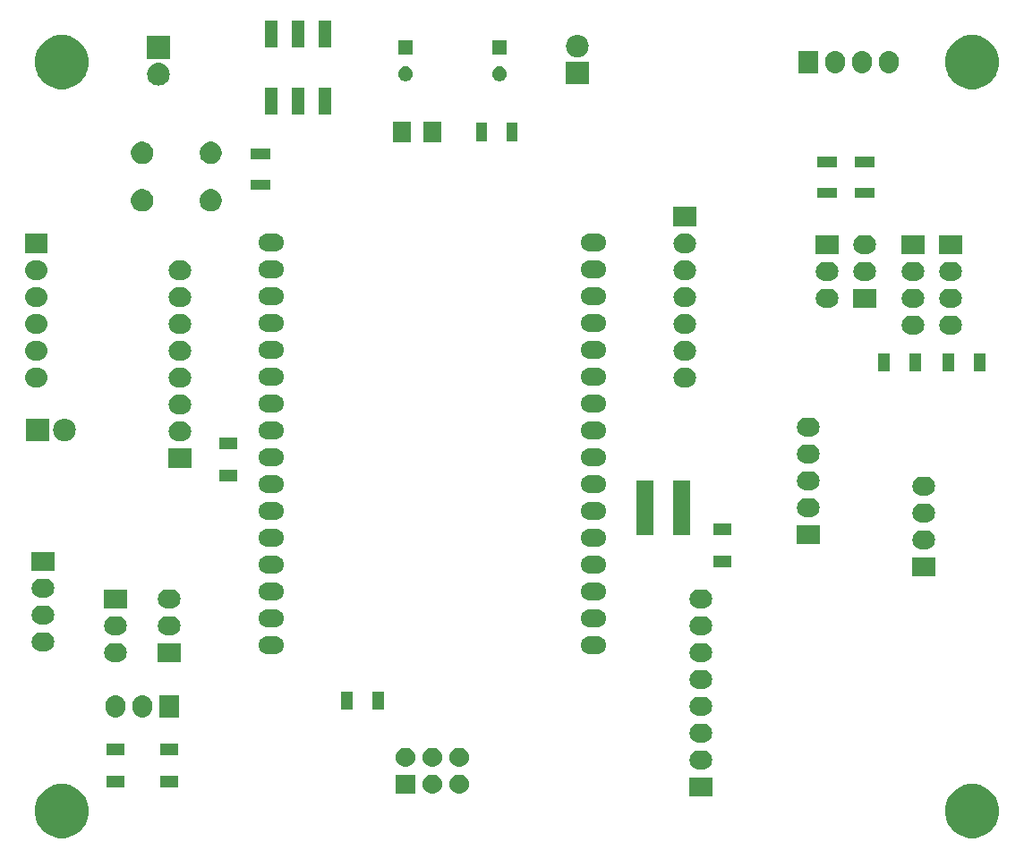
<source format=gbr>
G04 #@! TF.GenerationSoftware,KiCad,Pcbnew,(5.1.2-1)-1*
G04 #@! TF.CreationDate,2019-07-12T12:11:03+02:00*
G04 #@! TF.ProjectId,ATMEGA328PB Proto Board,41544d45-4741-4333-9238-50422050726f,rev?*
G04 #@! TF.SameCoordinates,Original*
G04 #@! TF.FileFunction,Soldermask,Top*
G04 #@! TF.FilePolarity,Negative*
%FSLAX46Y46*%
G04 Gerber Fmt 4.6, Leading zero omitted, Abs format (unit mm)*
G04 Created by KiCad (PCBNEW (5.1.2-1)-1) date 2019-07-12 12:11:03*
%MOMM*%
%LPD*%
G04 APERTURE LIST*
%ADD10C,0.100000*%
G04 APERTURE END LIST*
D10*
G36*
X168638098Y-125817033D02*
G01*
X169087063Y-126003000D01*
X169102352Y-126009333D01*
X169520168Y-126288509D01*
X169875491Y-126643832D01*
X170154667Y-127061648D01*
X170154668Y-127061650D01*
X170346967Y-127525902D01*
X170445000Y-128018747D01*
X170445000Y-128521253D01*
X170346967Y-129014098D01*
X170154668Y-129478350D01*
X170154667Y-129478352D01*
X169875491Y-129896168D01*
X169520168Y-130251491D01*
X169102352Y-130530667D01*
X169102351Y-130530668D01*
X169102350Y-130530668D01*
X168638098Y-130722967D01*
X168145253Y-130821000D01*
X167642747Y-130821000D01*
X167149902Y-130722967D01*
X166685650Y-130530668D01*
X166685649Y-130530668D01*
X166685648Y-130530667D01*
X166267832Y-130251491D01*
X165912509Y-129896168D01*
X165633333Y-129478352D01*
X165633332Y-129478350D01*
X165441033Y-129014098D01*
X165343000Y-128521253D01*
X165343000Y-128018747D01*
X165441033Y-127525902D01*
X165633332Y-127061650D01*
X165633333Y-127061648D01*
X165912509Y-126643832D01*
X166267832Y-126288509D01*
X166685648Y-126009333D01*
X166700937Y-126003000D01*
X167149902Y-125817033D01*
X167642747Y-125719000D01*
X168145253Y-125719000D01*
X168638098Y-125817033D01*
X168638098Y-125817033D01*
G37*
G36*
X82532098Y-125817033D02*
G01*
X82981063Y-126003000D01*
X82996352Y-126009333D01*
X83414168Y-126288509D01*
X83769491Y-126643832D01*
X84048667Y-127061648D01*
X84048668Y-127061650D01*
X84240967Y-127525902D01*
X84339000Y-128018747D01*
X84339000Y-128521253D01*
X84240967Y-129014098D01*
X84048668Y-129478350D01*
X84048667Y-129478352D01*
X83769491Y-129896168D01*
X83414168Y-130251491D01*
X82996352Y-130530667D01*
X82996351Y-130530668D01*
X82996350Y-130530668D01*
X82532098Y-130722967D01*
X82039253Y-130821000D01*
X81536747Y-130821000D01*
X81043902Y-130722967D01*
X80579650Y-130530668D01*
X80579649Y-130530668D01*
X80579648Y-130530667D01*
X80161832Y-130251491D01*
X79806509Y-129896168D01*
X79527333Y-129478352D01*
X79527332Y-129478350D01*
X79335033Y-129014098D01*
X79237000Y-128521253D01*
X79237000Y-128018747D01*
X79335033Y-127525902D01*
X79527332Y-127061650D01*
X79527333Y-127061648D01*
X79806509Y-126643832D01*
X80161832Y-126288509D01*
X80579648Y-126009333D01*
X80594937Y-126003000D01*
X81043902Y-125817033D01*
X81536747Y-125719000D01*
X82039253Y-125719000D01*
X82532098Y-125817033D01*
X82532098Y-125817033D01*
G37*
G36*
X143307000Y-126898600D02*
G01*
X141173000Y-126898600D01*
X141173000Y-125069400D01*
X143307000Y-125069400D01*
X143307000Y-126898600D01*
X143307000Y-126898600D01*
G37*
G36*
X117019294Y-124828633D02*
G01*
X117191695Y-124880931D01*
X117350583Y-124965858D01*
X117489849Y-125080151D01*
X117604142Y-125219417D01*
X117689069Y-125378305D01*
X117741367Y-125550706D01*
X117759025Y-125730000D01*
X117741367Y-125909294D01*
X117689069Y-126081695D01*
X117604142Y-126240583D01*
X117489849Y-126379849D01*
X117350583Y-126494142D01*
X117191695Y-126579069D01*
X117019294Y-126631367D01*
X116884931Y-126644600D01*
X116795069Y-126644600D01*
X116660706Y-126631367D01*
X116488305Y-126579069D01*
X116329417Y-126494142D01*
X116190151Y-126379849D01*
X116075858Y-126240583D01*
X115990931Y-126081695D01*
X115938633Y-125909294D01*
X115920975Y-125730000D01*
X115938633Y-125550706D01*
X115990931Y-125378305D01*
X116075858Y-125219417D01*
X116190151Y-125080151D01*
X116329417Y-124965858D01*
X116488305Y-124880931D01*
X116660706Y-124828633D01*
X116795069Y-124815400D01*
X116884931Y-124815400D01*
X117019294Y-124828633D01*
X117019294Y-124828633D01*
G37*
G36*
X115214600Y-126644600D02*
G01*
X113385400Y-126644600D01*
X113385400Y-124815400D01*
X115214600Y-124815400D01*
X115214600Y-126644600D01*
X115214600Y-126644600D01*
G37*
G36*
X119559294Y-124828633D02*
G01*
X119731695Y-124880931D01*
X119890583Y-124965858D01*
X120029849Y-125080151D01*
X120144142Y-125219417D01*
X120229069Y-125378305D01*
X120281367Y-125550706D01*
X120299025Y-125730000D01*
X120281367Y-125909294D01*
X120229069Y-126081695D01*
X120144142Y-126240583D01*
X120029849Y-126379849D01*
X119890583Y-126494142D01*
X119731695Y-126579069D01*
X119559294Y-126631367D01*
X119424931Y-126644600D01*
X119335069Y-126644600D01*
X119200706Y-126631367D01*
X119028305Y-126579069D01*
X118869417Y-126494142D01*
X118730151Y-126379849D01*
X118615858Y-126240583D01*
X118530931Y-126081695D01*
X118478633Y-125909294D01*
X118460975Y-125730000D01*
X118478633Y-125550706D01*
X118530931Y-125378305D01*
X118615858Y-125219417D01*
X118730151Y-125080151D01*
X118869417Y-124965858D01*
X119028305Y-124880931D01*
X119200706Y-124828633D01*
X119335069Y-124815400D01*
X119424931Y-124815400D01*
X119559294Y-124828633D01*
X119559294Y-124828633D01*
G37*
G36*
X92799000Y-126003000D02*
G01*
X91097000Y-126003000D01*
X91097000Y-124901000D01*
X92799000Y-124901000D01*
X92799000Y-126003000D01*
X92799000Y-126003000D01*
G37*
G36*
X87719000Y-126003000D02*
G01*
X86017000Y-126003000D01*
X86017000Y-124901000D01*
X87719000Y-124901000D01*
X87719000Y-126003000D01*
X87719000Y-126003000D01*
G37*
G36*
X142571694Y-122542633D02*
G01*
X142744095Y-122594931D01*
X142902983Y-122679858D01*
X143042249Y-122794151D01*
X143156542Y-122933417D01*
X143241469Y-123092305D01*
X143293767Y-123264706D01*
X143311425Y-123444000D01*
X143293767Y-123623294D01*
X143241469Y-123795695D01*
X143156542Y-123954583D01*
X143042249Y-124093849D01*
X142902983Y-124208142D01*
X142744095Y-124293069D01*
X142571694Y-124345367D01*
X142437331Y-124358600D01*
X142042669Y-124358600D01*
X141908306Y-124345367D01*
X141735905Y-124293069D01*
X141577017Y-124208142D01*
X141437751Y-124093849D01*
X141323458Y-123954583D01*
X141238531Y-123795695D01*
X141186233Y-123623294D01*
X141168575Y-123444000D01*
X141186233Y-123264706D01*
X141238531Y-123092305D01*
X141323458Y-122933417D01*
X141437751Y-122794151D01*
X141577017Y-122679858D01*
X141735905Y-122594931D01*
X141908306Y-122542633D01*
X142042669Y-122529400D01*
X142437331Y-122529400D01*
X142571694Y-122542633D01*
X142571694Y-122542633D01*
G37*
G36*
X119559294Y-122288633D02*
G01*
X119731695Y-122340931D01*
X119890583Y-122425858D01*
X120029849Y-122540151D01*
X120144142Y-122679417D01*
X120229069Y-122838305D01*
X120281367Y-123010706D01*
X120299025Y-123190000D01*
X120281367Y-123369294D01*
X120229069Y-123541695D01*
X120144142Y-123700583D01*
X120029849Y-123839849D01*
X119890583Y-123954142D01*
X119731695Y-124039069D01*
X119559294Y-124091367D01*
X119424931Y-124104600D01*
X119335069Y-124104600D01*
X119200706Y-124091367D01*
X119028305Y-124039069D01*
X118869417Y-123954142D01*
X118730151Y-123839849D01*
X118615858Y-123700583D01*
X118530931Y-123541695D01*
X118478633Y-123369294D01*
X118460975Y-123190000D01*
X118478633Y-123010706D01*
X118530931Y-122838305D01*
X118615858Y-122679417D01*
X118730151Y-122540151D01*
X118869417Y-122425858D01*
X119028305Y-122340931D01*
X119200706Y-122288633D01*
X119335069Y-122275400D01*
X119424931Y-122275400D01*
X119559294Y-122288633D01*
X119559294Y-122288633D01*
G37*
G36*
X117019294Y-122288633D02*
G01*
X117191695Y-122340931D01*
X117350583Y-122425858D01*
X117489849Y-122540151D01*
X117604142Y-122679417D01*
X117689069Y-122838305D01*
X117741367Y-123010706D01*
X117759025Y-123190000D01*
X117741367Y-123369294D01*
X117689069Y-123541695D01*
X117604142Y-123700583D01*
X117489849Y-123839849D01*
X117350583Y-123954142D01*
X117191695Y-124039069D01*
X117019294Y-124091367D01*
X116884931Y-124104600D01*
X116795069Y-124104600D01*
X116660706Y-124091367D01*
X116488305Y-124039069D01*
X116329417Y-123954142D01*
X116190151Y-123839849D01*
X116075858Y-123700583D01*
X115990931Y-123541695D01*
X115938633Y-123369294D01*
X115920975Y-123190000D01*
X115938633Y-123010706D01*
X115990931Y-122838305D01*
X116075858Y-122679417D01*
X116190151Y-122540151D01*
X116329417Y-122425858D01*
X116488305Y-122340931D01*
X116660706Y-122288633D01*
X116795069Y-122275400D01*
X116884931Y-122275400D01*
X117019294Y-122288633D01*
X117019294Y-122288633D01*
G37*
G36*
X114479294Y-122288633D02*
G01*
X114651695Y-122340931D01*
X114810583Y-122425858D01*
X114949849Y-122540151D01*
X115064142Y-122679417D01*
X115149069Y-122838305D01*
X115201367Y-123010706D01*
X115219025Y-123190000D01*
X115201367Y-123369294D01*
X115149069Y-123541695D01*
X115064142Y-123700583D01*
X114949849Y-123839849D01*
X114810583Y-123954142D01*
X114651695Y-124039069D01*
X114479294Y-124091367D01*
X114344931Y-124104600D01*
X114255069Y-124104600D01*
X114120706Y-124091367D01*
X113948305Y-124039069D01*
X113789417Y-123954142D01*
X113650151Y-123839849D01*
X113535858Y-123700583D01*
X113450931Y-123541695D01*
X113398633Y-123369294D01*
X113380975Y-123190000D01*
X113398633Y-123010706D01*
X113450931Y-122838305D01*
X113535858Y-122679417D01*
X113650151Y-122540151D01*
X113789417Y-122425858D01*
X113948305Y-122340931D01*
X114120706Y-122288633D01*
X114255069Y-122275400D01*
X114344931Y-122275400D01*
X114479294Y-122288633D01*
X114479294Y-122288633D01*
G37*
G36*
X87719000Y-123003000D02*
G01*
X86017000Y-123003000D01*
X86017000Y-121901000D01*
X87719000Y-121901000D01*
X87719000Y-123003000D01*
X87719000Y-123003000D01*
G37*
G36*
X92799000Y-123003000D02*
G01*
X91097000Y-123003000D01*
X91097000Y-121901000D01*
X92799000Y-121901000D01*
X92799000Y-123003000D01*
X92799000Y-123003000D01*
G37*
G36*
X142571694Y-120002633D02*
G01*
X142744095Y-120054931D01*
X142902983Y-120139858D01*
X143042249Y-120254151D01*
X143156542Y-120393417D01*
X143241469Y-120552305D01*
X143293767Y-120724706D01*
X143311425Y-120904000D01*
X143293767Y-121083294D01*
X143241469Y-121255695D01*
X143156542Y-121414583D01*
X143042249Y-121553849D01*
X142902983Y-121668142D01*
X142744095Y-121753069D01*
X142571694Y-121805367D01*
X142437331Y-121818600D01*
X142042669Y-121818600D01*
X141908306Y-121805367D01*
X141735905Y-121753069D01*
X141577017Y-121668142D01*
X141437751Y-121553849D01*
X141323458Y-121414583D01*
X141238531Y-121255695D01*
X141186233Y-121083294D01*
X141168575Y-120904000D01*
X141186233Y-120724706D01*
X141238531Y-120552305D01*
X141323458Y-120393417D01*
X141437751Y-120254151D01*
X141577017Y-120139858D01*
X141735905Y-120054931D01*
X141908306Y-120002633D01*
X142042669Y-119989400D01*
X142437331Y-119989400D01*
X142571694Y-120002633D01*
X142571694Y-120002633D01*
G37*
G36*
X87047294Y-117310233D02*
G01*
X87219695Y-117362531D01*
X87378583Y-117447458D01*
X87517849Y-117561751D01*
X87632142Y-117701017D01*
X87717069Y-117859906D01*
X87769367Y-118032307D01*
X87782600Y-118166670D01*
X87782600Y-118561331D01*
X87769367Y-118695694D01*
X87717069Y-118868095D01*
X87632142Y-119026983D01*
X87517849Y-119166249D01*
X87378583Y-119280542D01*
X87219694Y-119365469D01*
X87047293Y-119417767D01*
X86868000Y-119435425D01*
X86688706Y-119417767D01*
X86516305Y-119365469D01*
X86357417Y-119280542D01*
X86218151Y-119166249D01*
X86103858Y-119026983D01*
X86018931Y-118868094D01*
X85966633Y-118695693D01*
X85953400Y-118561330D01*
X85953400Y-118166669D01*
X85966633Y-118032306D01*
X86018931Y-117859905D01*
X86103858Y-117701018D01*
X86218152Y-117561751D01*
X86357418Y-117447458D01*
X86516306Y-117362531D01*
X86688707Y-117310233D01*
X86868000Y-117292575D01*
X87047294Y-117310233D01*
X87047294Y-117310233D01*
G37*
G36*
X89587294Y-117310233D02*
G01*
X89759695Y-117362531D01*
X89918583Y-117447458D01*
X90057849Y-117561751D01*
X90172142Y-117701017D01*
X90257069Y-117859906D01*
X90309367Y-118032307D01*
X90322600Y-118166670D01*
X90322600Y-118561331D01*
X90309367Y-118695694D01*
X90257069Y-118868095D01*
X90172142Y-119026983D01*
X90057849Y-119166249D01*
X89918583Y-119280542D01*
X89759694Y-119365469D01*
X89587293Y-119417767D01*
X89408000Y-119435425D01*
X89228706Y-119417767D01*
X89056305Y-119365469D01*
X88897417Y-119280542D01*
X88758151Y-119166249D01*
X88643858Y-119026983D01*
X88558931Y-118868094D01*
X88506633Y-118695693D01*
X88493400Y-118561330D01*
X88493400Y-118166669D01*
X88506633Y-118032306D01*
X88558931Y-117859905D01*
X88643858Y-117701018D01*
X88758152Y-117561751D01*
X88897418Y-117447458D01*
X89056306Y-117362531D01*
X89228707Y-117310233D01*
X89408000Y-117292575D01*
X89587294Y-117310233D01*
X89587294Y-117310233D01*
G37*
G36*
X92862600Y-119431000D02*
G01*
X91033400Y-119431000D01*
X91033400Y-117297000D01*
X92862600Y-117297000D01*
X92862600Y-119431000D01*
X92862600Y-119431000D01*
G37*
G36*
X142571694Y-117462633D02*
G01*
X142744095Y-117514931D01*
X142902983Y-117599858D01*
X143042249Y-117714151D01*
X143156542Y-117853417D01*
X143241469Y-118012305D01*
X143293767Y-118184706D01*
X143311425Y-118364000D01*
X143293767Y-118543294D01*
X143241469Y-118715695D01*
X143156542Y-118874583D01*
X143042249Y-119013849D01*
X142902983Y-119128142D01*
X142744095Y-119213069D01*
X142571694Y-119265367D01*
X142437331Y-119278600D01*
X142042669Y-119278600D01*
X141908306Y-119265367D01*
X141735905Y-119213069D01*
X141577017Y-119128142D01*
X141437751Y-119013849D01*
X141323458Y-118874583D01*
X141238531Y-118715695D01*
X141186233Y-118543294D01*
X141168575Y-118364000D01*
X141186233Y-118184706D01*
X141238531Y-118012305D01*
X141323458Y-117853417D01*
X141437751Y-117714151D01*
X141577017Y-117599858D01*
X141735905Y-117514931D01*
X141908306Y-117462633D01*
X142042669Y-117449400D01*
X142437331Y-117449400D01*
X142571694Y-117462633D01*
X142571694Y-117462633D01*
G37*
G36*
X109287000Y-118707000D02*
G01*
X108185000Y-118707000D01*
X108185000Y-117005000D01*
X109287000Y-117005000D01*
X109287000Y-118707000D01*
X109287000Y-118707000D01*
G37*
G36*
X112287000Y-118707000D02*
G01*
X111185000Y-118707000D01*
X111185000Y-117005000D01*
X112287000Y-117005000D01*
X112287000Y-118707000D01*
X112287000Y-118707000D01*
G37*
G36*
X142571694Y-114922633D02*
G01*
X142744095Y-114974931D01*
X142902983Y-115059858D01*
X143042249Y-115174151D01*
X143156542Y-115313417D01*
X143241469Y-115472305D01*
X143293767Y-115644706D01*
X143311425Y-115824000D01*
X143293767Y-116003294D01*
X143241469Y-116175695D01*
X143156542Y-116334583D01*
X143042249Y-116473849D01*
X142902983Y-116588142D01*
X142744095Y-116673069D01*
X142571694Y-116725367D01*
X142437331Y-116738600D01*
X142042669Y-116738600D01*
X141908306Y-116725367D01*
X141735905Y-116673069D01*
X141577017Y-116588142D01*
X141437751Y-116473849D01*
X141323458Y-116334583D01*
X141238531Y-116175695D01*
X141186233Y-116003294D01*
X141168575Y-115824000D01*
X141186233Y-115644706D01*
X141238531Y-115472305D01*
X141323458Y-115313417D01*
X141437751Y-115174151D01*
X141577017Y-115059858D01*
X141735905Y-114974931D01*
X141908306Y-114922633D01*
X142042669Y-114909400D01*
X142437331Y-114909400D01*
X142571694Y-114922633D01*
X142571694Y-114922633D01*
G37*
G36*
X93015000Y-114198600D02*
G01*
X90881000Y-114198600D01*
X90881000Y-112369400D01*
X93015000Y-112369400D01*
X93015000Y-114198600D01*
X93015000Y-114198600D01*
G37*
G36*
X142571694Y-112382633D02*
G01*
X142744095Y-112434931D01*
X142902983Y-112519858D01*
X143042249Y-112634151D01*
X143156542Y-112773417D01*
X143241469Y-112932305D01*
X143293767Y-113104706D01*
X143311425Y-113284000D01*
X143293767Y-113463294D01*
X143241469Y-113635695D01*
X143156542Y-113794583D01*
X143042249Y-113933849D01*
X142902983Y-114048142D01*
X142744095Y-114133069D01*
X142571694Y-114185367D01*
X142437331Y-114198600D01*
X142042669Y-114198600D01*
X141908306Y-114185367D01*
X141735905Y-114133069D01*
X141577017Y-114048142D01*
X141437751Y-113933849D01*
X141323458Y-113794583D01*
X141238531Y-113635695D01*
X141186233Y-113463294D01*
X141168575Y-113284000D01*
X141186233Y-113104706D01*
X141238531Y-112932305D01*
X141323458Y-112773417D01*
X141437751Y-112634151D01*
X141577017Y-112519858D01*
X141735905Y-112434931D01*
X141908306Y-112382633D01*
X142042669Y-112369400D01*
X142437331Y-112369400D01*
X142571694Y-112382633D01*
X142571694Y-112382633D01*
G37*
G36*
X87199694Y-112382633D02*
G01*
X87372095Y-112434931D01*
X87530983Y-112519858D01*
X87670249Y-112634151D01*
X87784542Y-112773417D01*
X87869469Y-112932305D01*
X87921767Y-113104706D01*
X87939425Y-113284000D01*
X87921767Y-113463294D01*
X87869469Y-113635695D01*
X87784542Y-113794583D01*
X87670249Y-113933849D01*
X87530983Y-114048142D01*
X87372095Y-114133069D01*
X87199694Y-114185367D01*
X87065331Y-114198600D01*
X86670669Y-114198600D01*
X86536306Y-114185367D01*
X86363905Y-114133069D01*
X86205017Y-114048142D01*
X86065751Y-113933849D01*
X85951458Y-113794583D01*
X85866531Y-113635695D01*
X85814233Y-113463294D01*
X85796575Y-113284000D01*
X85814233Y-113104706D01*
X85866531Y-112932305D01*
X85951458Y-112773417D01*
X86065751Y-112634151D01*
X86205017Y-112519858D01*
X86363905Y-112434931D01*
X86536306Y-112382633D01*
X86670669Y-112369400D01*
X87065331Y-112369400D01*
X87199694Y-112382633D01*
X87199694Y-112382633D01*
G37*
G36*
X132596823Y-111734313D02*
G01*
X132757242Y-111782976D01*
X132889906Y-111853886D01*
X132905078Y-111861996D01*
X133034659Y-111968341D01*
X133141004Y-112097922D01*
X133141005Y-112097924D01*
X133220024Y-112245758D01*
X133268687Y-112406177D01*
X133285117Y-112573000D01*
X133268687Y-112739823D01*
X133220024Y-112900242D01*
X133149522Y-113032141D01*
X133141004Y-113048078D01*
X133034659Y-113177659D01*
X132905078Y-113284004D01*
X132905076Y-113284005D01*
X132757242Y-113363024D01*
X132596823Y-113411687D01*
X132471804Y-113424000D01*
X131688196Y-113424000D01*
X131563177Y-113411687D01*
X131402758Y-113363024D01*
X131254924Y-113284005D01*
X131254922Y-113284004D01*
X131125341Y-113177659D01*
X131018996Y-113048078D01*
X131010478Y-113032141D01*
X130939976Y-112900242D01*
X130891313Y-112739823D01*
X130874883Y-112573000D01*
X130891313Y-112406177D01*
X130939976Y-112245758D01*
X131018995Y-112097924D01*
X131018996Y-112097922D01*
X131125341Y-111968341D01*
X131254922Y-111861996D01*
X131270094Y-111853886D01*
X131402758Y-111782976D01*
X131563177Y-111734313D01*
X131688196Y-111722000D01*
X132471804Y-111722000D01*
X132596823Y-111734313D01*
X132596823Y-111734313D01*
G37*
G36*
X102116823Y-111734313D02*
G01*
X102277242Y-111782976D01*
X102409906Y-111853886D01*
X102425078Y-111861996D01*
X102554659Y-111968341D01*
X102661004Y-112097922D01*
X102661005Y-112097924D01*
X102740024Y-112245758D01*
X102788687Y-112406177D01*
X102805117Y-112573000D01*
X102788687Y-112739823D01*
X102740024Y-112900242D01*
X102669522Y-113032141D01*
X102661004Y-113048078D01*
X102554659Y-113177659D01*
X102425078Y-113284004D01*
X102425076Y-113284005D01*
X102277242Y-113363024D01*
X102116823Y-113411687D01*
X101991804Y-113424000D01*
X101208196Y-113424000D01*
X101083177Y-113411687D01*
X100922758Y-113363024D01*
X100774924Y-113284005D01*
X100774922Y-113284004D01*
X100645341Y-113177659D01*
X100538996Y-113048078D01*
X100530478Y-113032141D01*
X100459976Y-112900242D01*
X100411313Y-112739823D01*
X100394883Y-112573000D01*
X100411313Y-112406177D01*
X100459976Y-112245758D01*
X100538995Y-112097924D01*
X100538996Y-112097922D01*
X100645341Y-111968341D01*
X100774922Y-111861996D01*
X100790094Y-111853886D01*
X100922758Y-111782976D01*
X101083177Y-111734313D01*
X101208196Y-111722000D01*
X101991804Y-111722000D01*
X102116823Y-111734313D01*
X102116823Y-111734313D01*
G37*
G36*
X80341694Y-111366633D02*
G01*
X80514095Y-111418931D01*
X80672983Y-111503858D01*
X80812249Y-111618151D01*
X80926542Y-111757417D01*
X81011469Y-111916305D01*
X81063767Y-112088706D01*
X81081425Y-112268000D01*
X81063767Y-112447294D01*
X81011469Y-112619695D01*
X80926542Y-112778583D01*
X80812249Y-112917849D01*
X80672983Y-113032142D01*
X80514095Y-113117069D01*
X80341694Y-113169367D01*
X80207331Y-113182600D01*
X79812669Y-113182600D01*
X79678306Y-113169367D01*
X79505905Y-113117069D01*
X79347017Y-113032142D01*
X79207751Y-112917849D01*
X79093458Y-112778583D01*
X79008531Y-112619695D01*
X78956233Y-112447294D01*
X78938575Y-112268000D01*
X78956233Y-112088706D01*
X79008531Y-111916305D01*
X79093458Y-111757417D01*
X79207751Y-111618151D01*
X79347017Y-111503858D01*
X79505905Y-111418931D01*
X79678306Y-111366633D01*
X79812669Y-111353400D01*
X80207331Y-111353400D01*
X80341694Y-111366633D01*
X80341694Y-111366633D01*
G37*
G36*
X87199694Y-109842633D02*
G01*
X87372095Y-109894931D01*
X87530983Y-109979858D01*
X87670249Y-110094151D01*
X87784542Y-110233417D01*
X87869469Y-110392305D01*
X87921767Y-110564706D01*
X87939425Y-110744000D01*
X87921767Y-110923294D01*
X87869469Y-111095695D01*
X87784542Y-111254583D01*
X87670249Y-111393849D01*
X87530983Y-111508142D01*
X87372095Y-111593069D01*
X87199694Y-111645367D01*
X87065331Y-111658600D01*
X86670669Y-111658600D01*
X86536306Y-111645367D01*
X86363905Y-111593069D01*
X86205017Y-111508142D01*
X86065751Y-111393849D01*
X85951458Y-111254583D01*
X85866531Y-111095695D01*
X85814233Y-110923294D01*
X85796575Y-110744000D01*
X85814233Y-110564706D01*
X85866531Y-110392305D01*
X85951458Y-110233417D01*
X86065751Y-110094151D01*
X86205017Y-109979858D01*
X86363905Y-109894931D01*
X86536306Y-109842633D01*
X86670669Y-109829400D01*
X87065331Y-109829400D01*
X87199694Y-109842633D01*
X87199694Y-109842633D01*
G37*
G36*
X142571694Y-109842633D02*
G01*
X142744095Y-109894931D01*
X142902983Y-109979858D01*
X143042249Y-110094151D01*
X143156542Y-110233417D01*
X143241469Y-110392305D01*
X143293767Y-110564706D01*
X143311425Y-110744000D01*
X143293767Y-110923294D01*
X143241469Y-111095695D01*
X143156542Y-111254583D01*
X143042249Y-111393849D01*
X142902983Y-111508142D01*
X142744095Y-111593069D01*
X142571694Y-111645367D01*
X142437331Y-111658600D01*
X142042669Y-111658600D01*
X141908306Y-111645367D01*
X141735905Y-111593069D01*
X141577017Y-111508142D01*
X141437751Y-111393849D01*
X141323458Y-111254583D01*
X141238531Y-111095695D01*
X141186233Y-110923294D01*
X141168575Y-110744000D01*
X141186233Y-110564706D01*
X141238531Y-110392305D01*
X141323458Y-110233417D01*
X141437751Y-110094151D01*
X141577017Y-109979858D01*
X141735905Y-109894931D01*
X141908306Y-109842633D01*
X142042669Y-109829400D01*
X142437331Y-109829400D01*
X142571694Y-109842633D01*
X142571694Y-109842633D01*
G37*
G36*
X92279694Y-109842633D02*
G01*
X92452095Y-109894931D01*
X92610983Y-109979858D01*
X92750249Y-110094151D01*
X92864542Y-110233417D01*
X92949469Y-110392305D01*
X93001767Y-110564706D01*
X93019425Y-110744000D01*
X93001767Y-110923294D01*
X92949469Y-111095695D01*
X92864542Y-111254583D01*
X92750249Y-111393849D01*
X92610983Y-111508142D01*
X92452095Y-111593069D01*
X92279694Y-111645367D01*
X92145331Y-111658600D01*
X91750669Y-111658600D01*
X91616306Y-111645367D01*
X91443905Y-111593069D01*
X91285017Y-111508142D01*
X91145751Y-111393849D01*
X91031458Y-111254583D01*
X90946531Y-111095695D01*
X90894233Y-110923294D01*
X90876575Y-110744000D01*
X90894233Y-110564706D01*
X90946531Y-110392305D01*
X91031458Y-110233417D01*
X91145751Y-110094151D01*
X91285017Y-109979858D01*
X91443905Y-109894931D01*
X91616306Y-109842633D01*
X91750669Y-109829400D01*
X92145331Y-109829400D01*
X92279694Y-109842633D01*
X92279694Y-109842633D01*
G37*
G36*
X102116823Y-109194313D02*
G01*
X102277242Y-109242976D01*
X102409906Y-109313886D01*
X102425078Y-109321996D01*
X102554659Y-109428341D01*
X102661004Y-109557922D01*
X102661005Y-109557924D01*
X102740024Y-109705758D01*
X102788687Y-109866177D01*
X102805117Y-110033000D01*
X102788687Y-110199823D01*
X102740024Y-110360242D01*
X102669522Y-110492141D01*
X102661004Y-110508078D01*
X102554659Y-110637659D01*
X102425078Y-110744004D01*
X102425076Y-110744005D01*
X102277242Y-110823024D01*
X102116823Y-110871687D01*
X101991804Y-110884000D01*
X101208196Y-110884000D01*
X101083177Y-110871687D01*
X100922758Y-110823024D01*
X100774924Y-110744005D01*
X100774922Y-110744004D01*
X100645341Y-110637659D01*
X100538996Y-110508078D01*
X100530478Y-110492141D01*
X100459976Y-110360242D01*
X100411313Y-110199823D01*
X100394883Y-110033000D01*
X100411313Y-109866177D01*
X100459976Y-109705758D01*
X100538995Y-109557924D01*
X100538996Y-109557922D01*
X100645341Y-109428341D01*
X100774922Y-109321996D01*
X100790094Y-109313886D01*
X100922758Y-109242976D01*
X101083177Y-109194313D01*
X101208196Y-109182000D01*
X101991804Y-109182000D01*
X102116823Y-109194313D01*
X102116823Y-109194313D01*
G37*
G36*
X132596823Y-109194313D02*
G01*
X132757242Y-109242976D01*
X132889906Y-109313886D01*
X132905078Y-109321996D01*
X133034659Y-109428341D01*
X133141004Y-109557922D01*
X133141005Y-109557924D01*
X133220024Y-109705758D01*
X133268687Y-109866177D01*
X133285117Y-110033000D01*
X133268687Y-110199823D01*
X133220024Y-110360242D01*
X133149522Y-110492141D01*
X133141004Y-110508078D01*
X133034659Y-110637659D01*
X132905078Y-110744004D01*
X132905076Y-110744005D01*
X132757242Y-110823024D01*
X132596823Y-110871687D01*
X132471804Y-110884000D01*
X131688196Y-110884000D01*
X131563177Y-110871687D01*
X131402758Y-110823024D01*
X131254924Y-110744005D01*
X131254922Y-110744004D01*
X131125341Y-110637659D01*
X131018996Y-110508078D01*
X131010478Y-110492141D01*
X130939976Y-110360242D01*
X130891313Y-110199823D01*
X130874883Y-110033000D01*
X130891313Y-109866177D01*
X130939976Y-109705758D01*
X131018995Y-109557924D01*
X131018996Y-109557922D01*
X131125341Y-109428341D01*
X131254922Y-109321996D01*
X131270094Y-109313886D01*
X131402758Y-109242976D01*
X131563177Y-109194313D01*
X131688196Y-109182000D01*
X132471804Y-109182000D01*
X132596823Y-109194313D01*
X132596823Y-109194313D01*
G37*
G36*
X80341694Y-108826633D02*
G01*
X80514095Y-108878931D01*
X80672983Y-108963858D01*
X80812249Y-109078151D01*
X80926542Y-109217417D01*
X81011469Y-109376305D01*
X81063767Y-109548706D01*
X81081425Y-109728000D01*
X81063767Y-109907294D01*
X81011469Y-110079695D01*
X80926542Y-110238583D01*
X80812249Y-110377849D01*
X80672983Y-110492142D01*
X80514095Y-110577069D01*
X80341694Y-110629367D01*
X80207331Y-110642600D01*
X79812669Y-110642600D01*
X79678306Y-110629367D01*
X79505905Y-110577069D01*
X79347017Y-110492142D01*
X79207751Y-110377849D01*
X79093458Y-110238583D01*
X79008531Y-110079695D01*
X78956233Y-109907294D01*
X78938575Y-109728000D01*
X78956233Y-109548706D01*
X79008531Y-109376305D01*
X79093458Y-109217417D01*
X79207751Y-109078151D01*
X79347017Y-108963858D01*
X79505905Y-108878931D01*
X79678306Y-108826633D01*
X79812669Y-108813400D01*
X80207331Y-108813400D01*
X80341694Y-108826633D01*
X80341694Y-108826633D01*
G37*
G36*
X92279694Y-107302633D02*
G01*
X92452095Y-107354931D01*
X92610983Y-107439858D01*
X92750249Y-107554151D01*
X92864542Y-107693417D01*
X92949469Y-107852305D01*
X93001767Y-108024706D01*
X93019425Y-108204000D01*
X93001767Y-108383294D01*
X92949469Y-108555695D01*
X92864542Y-108714583D01*
X92750249Y-108853849D01*
X92610983Y-108968142D01*
X92452095Y-109053069D01*
X92279694Y-109105367D01*
X92145331Y-109118600D01*
X91750669Y-109118600D01*
X91616306Y-109105367D01*
X91443905Y-109053069D01*
X91285017Y-108968142D01*
X91145751Y-108853849D01*
X91031458Y-108714583D01*
X90946531Y-108555695D01*
X90894233Y-108383294D01*
X90876575Y-108204000D01*
X90894233Y-108024706D01*
X90946531Y-107852305D01*
X91031458Y-107693417D01*
X91145751Y-107554151D01*
X91285017Y-107439858D01*
X91443905Y-107354931D01*
X91616306Y-107302633D01*
X91750669Y-107289400D01*
X92145331Y-107289400D01*
X92279694Y-107302633D01*
X92279694Y-107302633D01*
G37*
G36*
X142571694Y-107302633D02*
G01*
X142744095Y-107354931D01*
X142902983Y-107439858D01*
X143042249Y-107554151D01*
X143156542Y-107693417D01*
X143241469Y-107852305D01*
X143293767Y-108024706D01*
X143311425Y-108204000D01*
X143293767Y-108383294D01*
X143241469Y-108555695D01*
X143156542Y-108714583D01*
X143042249Y-108853849D01*
X142902983Y-108968142D01*
X142744095Y-109053069D01*
X142571694Y-109105367D01*
X142437331Y-109118600D01*
X142042669Y-109118600D01*
X141908306Y-109105367D01*
X141735905Y-109053069D01*
X141577017Y-108968142D01*
X141437751Y-108853849D01*
X141323458Y-108714583D01*
X141238531Y-108555695D01*
X141186233Y-108383294D01*
X141168575Y-108204000D01*
X141186233Y-108024706D01*
X141238531Y-107852305D01*
X141323458Y-107693417D01*
X141437751Y-107554151D01*
X141577017Y-107439858D01*
X141735905Y-107354931D01*
X141908306Y-107302633D01*
X142042669Y-107289400D01*
X142437331Y-107289400D01*
X142571694Y-107302633D01*
X142571694Y-107302633D01*
G37*
G36*
X87935000Y-109118600D02*
G01*
X85801000Y-109118600D01*
X85801000Y-107289400D01*
X87935000Y-107289400D01*
X87935000Y-109118600D01*
X87935000Y-109118600D01*
G37*
G36*
X102116823Y-106654313D02*
G01*
X102277242Y-106702976D01*
X102409906Y-106773886D01*
X102425078Y-106781996D01*
X102554659Y-106888341D01*
X102661004Y-107017922D01*
X102661005Y-107017924D01*
X102740024Y-107165758D01*
X102788687Y-107326177D01*
X102805117Y-107493000D01*
X102788687Y-107659823D01*
X102740024Y-107820242D01*
X102669522Y-107952141D01*
X102661004Y-107968078D01*
X102554659Y-108097659D01*
X102425078Y-108204004D01*
X102425076Y-108204005D01*
X102277242Y-108283024D01*
X102116823Y-108331687D01*
X101991804Y-108344000D01*
X101208196Y-108344000D01*
X101083177Y-108331687D01*
X100922758Y-108283024D01*
X100774924Y-108204005D01*
X100774922Y-108204004D01*
X100645341Y-108097659D01*
X100538996Y-107968078D01*
X100530478Y-107952141D01*
X100459976Y-107820242D01*
X100411313Y-107659823D01*
X100394883Y-107493000D01*
X100411313Y-107326177D01*
X100459976Y-107165758D01*
X100538995Y-107017924D01*
X100538996Y-107017922D01*
X100645341Y-106888341D01*
X100774922Y-106781996D01*
X100790094Y-106773886D01*
X100922758Y-106702976D01*
X101083177Y-106654313D01*
X101208196Y-106642000D01*
X101991804Y-106642000D01*
X102116823Y-106654313D01*
X102116823Y-106654313D01*
G37*
G36*
X132596823Y-106654313D02*
G01*
X132757242Y-106702976D01*
X132889906Y-106773886D01*
X132905078Y-106781996D01*
X133034659Y-106888341D01*
X133141004Y-107017922D01*
X133141005Y-107017924D01*
X133220024Y-107165758D01*
X133268687Y-107326177D01*
X133285117Y-107493000D01*
X133268687Y-107659823D01*
X133220024Y-107820242D01*
X133149522Y-107952141D01*
X133141004Y-107968078D01*
X133034659Y-108097659D01*
X132905078Y-108204004D01*
X132905076Y-108204005D01*
X132757242Y-108283024D01*
X132596823Y-108331687D01*
X132471804Y-108344000D01*
X131688196Y-108344000D01*
X131563177Y-108331687D01*
X131402758Y-108283024D01*
X131254924Y-108204005D01*
X131254922Y-108204004D01*
X131125341Y-108097659D01*
X131018996Y-107968078D01*
X131010478Y-107952141D01*
X130939976Y-107820242D01*
X130891313Y-107659823D01*
X130874883Y-107493000D01*
X130891313Y-107326177D01*
X130939976Y-107165758D01*
X131018995Y-107017924D01*
X131018996Y-107017922D01*
X131125341Y-106888341D01*
X131254922Y-106781996D01*
X131270094Y-106773886D01*
X131402758Y-106702976D01*
X131563177Y-106654313D01*
X131688196Y-106642000D01*
X132471804Y-106642000D01*
X132596823Y-106654313D01*
X132596823Y-106654313D01*
G37*
G36*
X80341694Y-106286633D02*
G01*
X80514095Y-106338931D01*
X80672983Y-106423858D01*
X80812249Y-106538151D01*
X80926542Y-106677417D01*
X81011469Y-106836305D01*
X81063767Y-107008706D01*
X81081425Y-107188000D01*
X81063767Y-107367294D01*
X81011469Y-107539695D01*
X80926542Y-107698583D01*
X80812249Y-107837849D01*
X80672983Y-107952142D01*
X80514095Y-108037069D01*
X80341694Y-108089367D01*
X80207331Y-108102600D01*
X79812669Y-108102600D01*
X79678306Y-108089367D01*
X79505905Y-108037069D01*
X79347017Y-107952142D01*
X79207751Y-107837849D01*
X79093458Y-107698583D01*
X79008531Y-107539695D01*
X78956233Y-107367294D01*
X78938575Y-107188000D01*
X78956233Y-107008706D01*
X79008531Y-106836305D01*
X79093458Y-106677417D01*
X79207751Y-106538151D01*
X79347017Y-106423858D01*
X79505905Y-106338931D01*
X79678306Y-106286633D01*
X79812669Y-106273400D01*
X80207331Y-106273400D01*
X80341694Y-106286633D01*
X80341694Y-106286633D01*
G37*
G36*
X164389000Y-106070600D02*
G01*
X162255000Y-106070600D01*
X162255000Y-104241400D01*
X164389000Y-104241400D01*
X164389000Y-106070600D01*
X164389000Y-106070600D01*
G37*
G36*
X102116823Y-104114313D02*
G01*
X102277242Y-104162976D01*
X102409906Y-104233886D01*
X102425078Y-104241996D01*
X102554659Y-104348341D01*
X102661004Y-104477922D01*
X102661005Y-104477924D01*
X102740024Y-104625758D01*
X102788687Y-104786177D01*
X102805117Y-104953000D01*
X102788687Y-105119823D01*
X102740024Y-105280242D01*
X102669114Y-105412906D01*
X102661004Y-105428078D01*
X102554659Y-105557659D01*
X102425078Y-105664004D01*
X102425076Y-105664005D01*
X102277242Y-105743024D01*
X102116823Y-105791687D01*
X101991804Y-105804000D01*
X101208196Y-105804000D01*
X101083177Y-105791687D01*
X100922758Y-105743024D01*
X100774924Y-105664005D01*
X100774922Y-105664004D01*
X100645341Y-105557659D01*
X100538996Y-105428078D01*
X100530886Y-105412906D01*
X100459976Y-105280242D01*
X100411313Y-105119823D01*
X100394883Y-104953000D01*
X100411313Y-104786177D01*
X100459976Y-104625758D01*
X100538995Y-104477924D01*
X100538996Y-104477922D01*
X100645341Y-104348341D01*
X100774922Y-104241996D01*
X100790094Y-104233886D01*
X100922758Y-104162976D01*
X101083177Y-104114313D01*
X101208196Y-104102000D01*
X101991804Y-104102000D01*
X102116823Y-104114313D01*
X102116823Y-104114313D01*
G37*
G36*
X132596823Y-104114313D02*
G01*
X132757242Y-104162976D01*
X132889906Y-104233886D01*
X132905078Y-104241996D01*
X133034659Y-104348341D01*
X133141004Y-104477922D01*
X133141005Y-104477924D01*
X133220024Y-104625758D01*
X133268687Y-104786177D01*
X133285117Y-104953000D01*
X133268687Y-105119823D01*
X133220024Y-105280242D01*
X133149114Y-105412906D01*
X133141004Y-105428078D01*
X133034659Y-105557659D01*
X132905078Y-105664004D01*
X132905076Y-105664005D01*
X132757242Y-105743024D01*
X132596823Y-105791687D01*
X132471804Y-105804000D01*
X131688196Y-105804000D01*
X131563177Y-105791687D01*
X131402758Y-105743024D01*
X131254924Y-105664005D01*
X131254922Y-105664004D01*
X131125341Y-105557659D01*
X131018996Y-105428078D01*
X131010886Y-105412906D01*
X130939976Y-105280242D01*
X130891313Y-105119823D01*
X130874883Y-104953000D01*
X130891313Y-104786177D01*
X130939976Y-104625758D01*
X131018995Y-104477924D01*
X131018996Y-104477922D01*
X131125341Y-104348341D01*
X131254922Y-104241996D01*
X131270094Y-104233886D01*
X131402758Y-104162976D01*
X131563177Y-104114313D01*
X131688196Y-104102000D01*
X132471804Y-104102000D01*
X132596823Y-104114313D01*
X132596823Y-104114313D01*
G37*
G36*
X81077000Y-105562600D02*
G01*
X78943000Y-105562600D01*
X78943000Y-103733400D01*
X81077000Y-103733400D01*
X81077000Y-105562600D01*
X81077000Y-105562600D01*
G37*
G36*
X145123000Y-105175000D02*
G01*
X143421000Y-105175000D01*
X143421000Y-104073000D01*
X145123000Y-104073000D01*
X145123000Y-105175000D01*
X145123000Y-105175000D01*
G37*
G36*
X163653694Y-101714633D02*
G01*
X163826095Y-101766931D01*
X163984983Y-101851858D01*
X164124249Y-101966151D01*
X164238542Y-102105417D01*
X164323469Y-102264305D01*
X164375767Y-102436706D01*
X164393425Y-102616000D01*
X164375767Y-102795294D01*
X164323469Y-102967695D01*
X164238542Y-103126583D01*
X164124249Y-103265849D01*
X163984983Y-103380142D01*
X163826095Y-103465069D01*
X163653694Y-103517367D01*
X163519331Y-103530600D01*
X163124669Y-103530600D01*
X162990306Y-103517367D01*
X162817905Y-103465069D01*
X162659017Y-103380142D01*
X162519751Y-103265849D01*
X162405458Y-103126583D01*
X162320531Y-102967695D01*
X162268233Y-102795294D01*
X162250575Y-102616000D01*
X162268233Y-102436706D01*
X162320531Y-102264305D01*
X162405458Y-102105417D01*
X162519751Y-101966151D01*
X162659017Y-101851858D01*
X162817905Y-101766931D01*
X162990306Y-101714633D01*
X163124669Y-101701400D01*
X163519331Y-101701400D01*
X163653694Y-101714633D01*
X163653694Y-101714633D01*
G37*
G36*
X102116823Y-101574313D02*
G01*
X102277242Y-101622976D01*
X102409906Y-101693886D01*
X102425078Y-101701996D01*
X102554659Y-101808341D01*
X102661004Y-101937922D01*
X102661005Y-101937924D01*
X102740024Y-102085758D01*
X102788687Y-102246177D01*
X102805117Y-102413000D01*
X102788687Y-102579823D01*
X102740024Y-102740242D01*
X102710598Y-102795294D01*
X102661004Y-102888078D01*
X102554659Y-103017659D01*
X102425078Y-103124004D01*
X102425076Y-103124005D01*
X102277242Y-103203024D01*
X102116823Y-103251687D01*
X101991804Y-103264000D01*
X101208196Y-103264000D01*
X101083177Y-103251687D01*
X100922758Y-103203024D01*
X100774924Y-103124005D01*
X100774922Y-103124004D01*
X100645341Y-103017659D01*
X100538996Y-102888078D01*
X100489402Y-102795294D01*
X100459976Y-102740242D01*
X100411313Y-102579823D01*
X100394883Y-102413000D01*
X100411313Y-102246177D01*
X100459976Y-102085758D01*
X100538995Y-101937924D01*
X100538996Y-101937922D01*
X100645341Y-101808341D01*
X100774922Y-101701996D01*
X100790094Y-101693886D01*
X100922758Y-101622976D01*
X101083177Y-101574313D01*
X101208196Y-101562000D01*
X101991804Y-101562000D01*
X102116823Y-101574313D01*
X102116823Y-101574313D01*
G37*
G36*
X132596823Y-101574313D02*
G01*
X132757242Y-101622976D01*
X132889906Y-101693886D01*
X132905078Y-101701996D01*
X133034659Y-101808341D01*
X133141004Y-101937922D01*
X133141005Y-101937924D01*
X133220024Y-102085758D01*
X133268687Y-102246177D01*
X133285117Y-102413000D01*
X133268687Y-102579823D01*
X133220024Y-102740242D01*
X133190598Y-102795294D01*
X133141004Y-102888078D01*
X133034659Y-103017659D01*
X132905078Y-103124004D01*
X132905076Y-103124005D01*
X132757242Y-103203024D01*
X132596823Y-103251687D01*
X132471804Y-103264000D01*
X131688196Y-103264000D01*
X131563177Y-103251687D01*
X131402758Y-103203024D01*
X131254924Y-103124005D01*
X131254922Y-103124004D01*
X131125341Y-103017659D01*
X131018996Y-102888078D01*
X130969402Y-102795294D01*
X130939976Y-102740242D01*
X130891313Y-102579823D01*
X130874883Y-102413000D01*
X130891313Y-102246177D01*
X130939976Y-102085758D01*
X131018995Y-101937924D01*
X131018996Y-101937922D01*
X131125341Y-101808341D01*
X131254922Y-101701996D01*
X131270094Y-101693886D01*
X131402758Y-101622976D01*
X131563177Y-101574313D01*
X131688196Y-101562000D01*
X132471804Y-101562000D01*
X132596823Y-101574313D01*
X132596823Y-101574313D01*
G37*
G36*
X153467000Y-103022600D02*
G01*
X151333000Y-103022600D01*
X151333000Y-101193400D01*
X153467000Y-101193400D01*
X153467000Y-103022600D01*
X153467000Y-103022600D01*
G37*
G36*
X145123000Y-102175000D02*
G01*
X143421000Y-102175000D01*
X143421000Y-101073000D01*
X145123000Y-101073000D01*
X145123000Y-102175000D01*
X145123000Y-102175000D01*
G37*
G36*
X137735000Y-102119000D02*
G01*
X136133000Y-102119000D01*
X136133000Y-97017000D01*
X137735000Y-97017000D01*
X137735000Y-102119000D01*
X137735000Y-102119000D01*
G37*
G36*
X141235000Y-102119000D02*
G01*
X139633000Y-102119000D01*
X139633000Y-97017000D01*
X141235000Y-97017000D01*
X141235000Y-102119000D01*
X141235000Y-102119000D01*
G37*
G36*
X163653694Y-99174633D02*
G01*
X163826095Y-99226931D01*
X163984983Y-99311858D01*
X164124249Y-99426151D01*
X164238542Y-99565417D01*
X164323469Y-99724305D01*
X164375767Y-99896706D01*
X164393425Y-100076000D01*
X164375767Y-100255294D01*
X164323469Y-100427695D01*
X164238542Y-100586583D01*
X164124249Y-100725849D01*
X163984983Y-100840142D01*
X163826095Y-100925069D01*
X163653694Y-100977367D01*
X163519331Y-100990600D01*
X163124669Y-100990600D01*
X162990306Y-100977367D01*
X162817905Y-100925069D01*
X162659017Y-100840142D01*
X162519751Y-100725849D01*
X162405458Y-100586583D01*
X162320531Y-100427695D01*
X162268233Y-100255294D01*
X162250575Y-100076000D01*
X162268233Y-99896706D01*
X162320531Y-99724305D01*
X162405458Y-99565417D01*
X162519751Y-99426151D01*
X162659017Y-99311858D01*
X162817905Y-99226931D01*
X162990306Y-99174633D01*
X163124669Y-99161400D01*
X163519331Y-99161400D01*
X163653694Y-99174633D01*
X163653694Y-99174633D01*
G37*
G36*
X102116823Y-99034313D02*
G01*
X102277242Y-99082976D01*
X102409906Y-99153886D01*
X102425078Y-99161996D01*
X102554659Y-99268341D01*
X102661004Y-99397922D01*
X102661005Y-99397924D01*
X102740024Y-99545758D01*
X102788687Y-99706177D01*
X102805117Y-99873000D01*
X102788687Y-100039823D01*
X102740024Y-100200242D01*
X102710598Y-100255294D01*
X102661004Y-100348078D01*
X102554659Y-100477659D01*
X102425078Y-100584004D01*
X102425076Y-100584005D01*
X102277242Y-100663024D01*
X102116823Y-100711687D01*
X101991804Y-100724000D01*
X101208196Y-100724000D01*
X101083177Y-100711687D01*
X100922758Y-100663024D01*
X100774924Y-100584005D01*
X100774922Y-100584004D01*
X100645341Y-100477659D01*
X100538996Y-100348078D01*
X100489402Y-100255294D01*
X100459976Y-100200242D01*
X100411313Y-100039823D01*
X100394883Y-99873000D01*
X100411313Y-99706177D01*
X100459976Y-99545758D01*
X100538995Y-99397924D01*
X100538996Y-99397922D01*
X100645341Y-99268341D01*
X100774922Y-99161996D01*
X100790094Y-99153886D01*
X100922758Y-99082976D01*
X101083177Y-99034313D01*
X101208196Y-99022000D01*
X101991804Y-99022000D01*
X102116823Y-99034313D01*
X102116823Y-99034313D01*
G37*
G36*
X132596823Y-99034313D02*
G01*
X132757242Y-99082976D01*
X132889906Y-99153886D01*
X132905078Y-99161996D01*
X133034659Y-99268341D01*
X133141004Y-99397922D01*
X133141005Y-99397924D01*
X133220024Y-99545758D01*
X133268687Y-99706177D01*
X133285117Y-99873000D01*
X133268687Y-100039823D01*
X133220024Y-100200242D01*
X133190598Y-100255294D01*
X133141004Y-100348078D01*
X133034659Y-100477659D01*
X132905078Y-100584004D01*
X132905076Y-100584005D01*
X132757242Y-100663024D01*
X132596823Y-100711687D01*
X132471804Y-100724000D01*
X131688196Y-100724000D01*
X131563177Y-100711687D01*
X131402758Y-100663024D01*
X131254924Y-100584005D01*
X131254922Y-100584004D01*
X131125341Y-100477659D01*
X131018996Y-100348078D01*
X130969402Y-100255294D01*
X130939976Y-100200242D01*
X130891313Y-100039823D01*
X130874883Y-99873000D01*
X130891313Y-99706177D01*
X130939976Y-99545758D01*
X131018995Y-99397924D01*
X131018996Y-99397922D01*
X131125341Y-99268341D01*
X131254922Y-99161996D01*
X131270094Y-99153886D01*
X131402758Y-99082976D01*
X131563177Y-99034313D01*
X131688196Y-99022000D01*
X132471804Y-99022000D01*
X132596823Y-99034313D01*
X132596823Y-99034313D01*
G37*
G36*
X152731694Y-98666633D02*
G01*
X152904095Y-98718931D01*
X153062983Y-98803858D01*
X153202249Y-98918151D01*
X153316542Y-99057417D01*
X153401469Y-99216305D01*
X153453767Y-99388706D01*
X153471425Y-99568000D01*
X153453767Y-99747294D01*
X153401469Y-99919695D01*
X153316542Y-100078583D01*
X153202249Y-100217849D01*
X153062983Y-100332142D01*
X152904095Y-100417069D01*
X152731694Y-100469367D01*
X152597331Y-100482600D01*
X152202669Y-100482600D01*
X152068306Y-100469367D01*
X151895905Y-100417069D01*
X151737017Y-100332142D01*
X151597751Y-100217849D01*
X151483458Y-100078583D01*
X151398531Y-99919695D01*
X151346233Y-99747294D01*
X151328575Y-99568000D01*
X151346233Y-99388706D01*
X151398531Y-99216305D01*
X151483458Y-99057417D01*
X151597751Y-98918151D01*
X151737017Y-98803858D01*
X151895905Y-98718931D01*
X152068306Y-98666633D01*
X152202669Y-98653400D01*
X152597331Y-98653400D01*
X152731694Y-98666633D01*
X152731694Y-98666633D01*
G37*
G36*
X163653694Y-96634633D02*
G01*
X163826095Y-96686931D01*
X163984983Y-96771858D01*
X164124249Y-96886151D01*
X164238542Y-97025417D01*
X164323469Y-97184305D01*
X164375767Y-97356706D01*
X164393425Y-97536000D01*
X164375767Y-97715294D01*
X164323469Y-97887695D01*
X164238542Y-98046583D01*
X164124249Y-98185849D01*
X163984983Y-98300142D01*
X163826095Y-98385069D01*
X163653694Y-98437367D01*
X163519331Y-98450600D01*
X163124669Y-98450600D01*
X162990306Y-98437367D01*
X162817905Y-98385069D01*
X162659017Y-98300142D01*
X162519751Y-98185849D01*
X162405458Y-98046583D01*
X162320531Y-97887695D01*
X162268233Y-97715294D01*
X162250575Y-97536000D01*
X162268233Y-97356706D01*
X162320531Y-97184305D01*
X162405458Y-97025417D01*
X162519751Y-96886151D01*
X162659017Y-96771858D01*
X162817905Y-96686931D01*
X162990306Y-96634633D01*
X163124669Y-96621400D01*
X163519331Y-96621400D01*
X163653694Y-96634633D01*
X163653694Y-96634633D01*
G37*
G36*
X102116823Y-96494313D02*
G01*
X102277242Y-96542976D01*
X102409906Y-96613886D01*
X102425078Y-96621996D01*
X102554659Y-96728341D01*
X102661004Y-96857922D01*
X102661005Y-96857924D01*
X102740024Y-97005758D01*
X102788687Y-97166177D01*
X102805117Y-97333000D01*
X102788687Y-97499823D01*
X102740024Y-97660242D01*
X102710598Y-97715294D01*
X102661004Y-97808078D01*
X102554659Y-97937659D01*
X102425078Y-98044004D01*
X102425076Y-98044005D01*
X102277242Y-98123024D01*
X102116823Y-98171687D01*
X101991804Y-98184000D01*
X101208196Y-98184000D01*
X101083177Y-98171687D01*
X100922758Y-98123024D01*
X100774924Y-98044005D01*
X100774922Y-98044004D01*
X100645341Y-97937659D01*
X100538996Y-97808078D01*
X100489402Y-97715294D01*
X100459976Y-97660242D01*
X100411313Y-97499823D01*
X100394883Y-97333000D01*
X100411313Y-97166177D01*
X100459976Y-97005758D01*
X100538995Y-96857924D01*
X100538996Y-96857922D01*
X100645341Y-96728341D01*
X100774922Y-96621996D01*
X100790094Y-96613886D01*
X100922758Y-96542976D01*
X101083177Y-96494313D01*
X101208196Y-96482000D01*
X101991804Y-96482000D01*
X102116823Y-96494313D01*
X102116823Y-96494313D01*
G37*
G36*
X132596823Y-96494313D02*
G01*
X132757242Y-96542976D01*
X132889906Y-96613886D01*
X132905078Y-96621996D01*
X133034659Y-96728341D01*
X133141004Y-96857922D01*
X133141005Y-96857924D01*
X133220024Y-97005758D01*
X133268687Y-97166177D01*
X133285117Y-97333000D01*
X133268687Y-97499823D01*
X133220024Y-97660242D01*
X133190598Y-97715294D01*
X133141004Y-97808078D01*
X133034659Y-97937659D01*
X132905078Y-98044004D01*
X132905076Y-98044005D01*
X132757242Y-98123024D01*
X132596823Y-98171687D01*
X132471804Y-98184000D01*
X131688196Y-98184000D01*
X131563177Y-98171687D01*
X131402758Y-98123024D01*
X131254924Y-98044005D01*
X131254922Y-98044004D01*
X131125341Y-97937659D01*
X131018996Y-97808078D01*
X130969402Y-97715294D01*
X130939976Y-97660242D01*
X130891313Y-97499823D01*
X130874883Y-97333000D01*
X130891313Y-97166177D01*
X130939976Y-97005758D01*
X131018995Y-96857924D01*
X131018996Y-96857922D01*
X131125341Y-96728341D01*
X131254922Y-96621996D01*
X131270094Y-96613886D01*
X131402758Y-96542976D01*
X131563177Y-96494313D01*
X131688196Y-96482000D01*
X132471804Y-96482000D01*
X132596823Y-96494313D01*
X132596823Y-96494313D01*
G37*
G36*
X152731694Y-96126633D02*
G01*
X152904095Y-96178931D01*
X153062983Y-96263858D01*
X153202249Y-96378151D01*
X153316542Y-96517417D01*
X153401469Y-96676305D01*
X153453767Y-96848706D01*
X153471425Y-97028000D01*
X153453767Y-97207294D01*
X153401469Y-97379695D01*
X153316542Y-97538583D01*
X153202249Y-97677849D01*
X153062983Y-97792142D01*
X152904095Y-97877069D01*
X152731694Y-97929367D01*
X152597331Y-97942600D01*
X152202669Y-97942600D01*
X152068306Y-97929367D01*
X151895905Y-97877069D01*
X151737017Y-97792142D01*
X151597751Y-97677849D01*
X151483458Y-97538583D01*
X151398531Y-97379695D01*
X151346233Y-97207294D01*
X151328575Y-97028000D01*
X151346233Y-96848706D01*
X151398531Y-96676305D01*
X151483458Y-96517417D01*
X151597751Y-96378151D01*
X151737017Y-96263858D01*
X151895905Y-96178931D01*
X152068306Y-96126633D01*
X152202669Y-96113400D01*
X152597331Y-96113400D01*
X152731694Y-96126633D01*
X152731694Y-96126633D01*
G37*
G36*
X98387000Y-97047000D02*
G01*
X96685000Y-97047000D01*
X96685000Y-95945000D01*
X98387000Y-95945000D01*
X98387000Y-97047000D01*
X98387000Y-97047000D01*
G37*
G36*
X94031000Y-95783600D02*
G01*
X91897000Y-95783600D01*
X91897000Y-93954400D01*
X94031000Y-93954400D01*
X94031000Y-95783600D01*
X94031000Y-95783600D01*
G37*
G36*
X102116823Y-93954313D02*
G01*
X102277242Y-94002976D01*
X102359605Y-94047000D01*
X102425078Y-94081996D01*
X102554659Y-94188341D01*
X102661004Y-94317922D01*
X102661005Y-94317924D01*
X102740024Y-94465758D01*
X102788687Y-94626177D01*
X102805117Y-94793000D01*
X102788687Y-94959823D01*
X102740024Y-95120242D01*
X102669522Y-95252141D01*
X102661004Y-95268078D01*
X102554659Y-95397659D01*
X102425078Y-95504004D01*
X102425076Y-95504005D01*
X102277242Y-95583024D01*
X102116823Y-95631687D01*
X101991804Y-95644000D01*
X101208196Y-95644000D01*
X101083177Y-95631687D01*
X100922758Y-95583024D01*
X100774924Y-95504005D01*
X100774922Y-95504004D01*
X100645341Y-95397659D01*
X100538996Y-95268078D01*
X100530478Y-95252141D01*
X100459976Y-95120242D01*
X100411313Y-94959823D01*
X100394883Y-94793000D01*
X100411313Y-94626177D01*
X100459976Y-94465758D01*
X100538995Y-94317924D01*
X100538996Y-94317922D01*
X100645341Y-94188341D01*
X100774922Y-94081996D01*
X100840395Y-94047000D01*
X100922758Y-94002976D01*
X101083177Y-93954313D01*
X101208196Y-93942000D01*
X101991804Y-93942000D01*
X102116823Y-93954313D01*
X102116823Y-93954313D01*
G37*
G36*
X132596823Y-93954313D02*
G01*
X132757242Y-94002976D01*
X132839605Y-94047000D01*
X132905078Y-94081996D01*
X133034659Y-94188341D01*
X133141004Y-94317922D01*
X133141005Y-94317924D01*
X133220024Y-94465758D01*
X133268687Y-94626177D01*
X133285117Y-94793000D01*
X133268687Y-94959823D01*
X133220024Y-95120242D01*
X133149522Y-95252141D01*
X133141004Y-95268078D01*
X133034659Y-95397659D01*
X132905078Y-95504004D01*
X132905076Y-95504005D01*
X132757242Y-95583024D01*
X132596823Y-95631687D01*
X132471804Y-95644000D01*
X131688196Y-95644000D01*
X131563177Y-95631687D01*
X131402758Y-95583024D01*
X131254924Y-95504005D01*
X131254922Y-95504004D01*
X131125341Y-95397659D01*
X131018996Y-95268078D01*
X131010478Y-95252141D01*
X130939976Y-95120242D01*
X130891313Y-94959823D01*
X130874883Y-94793000D01*
X130891313Y-94626177D01*
X130939976Y-94465758D01*
X131018995Y-94317924D01*
X131018996Y-94317922D01*
X131125341Y-94188341D01*
X131254922Y-94081996D01*
X131320395Y-94047000D01*
X131402758Y-94002976D01*
X131563177Y-93954313D01*
X131688196Y-93942000D01*
X132471804Y-93942000D01*
X132596823Y-93954313D01*
X132596823Y-93954313D01*
G37*
G36*
X152731694Y-93586633D02*
G01*
X152904095Y-93638931D01*
X153062983Y-93723858D01*
X153202249Y-93838151D01*
X153316542Y-93977417D01*
X153401469Y-94136305D01*
X153453767Y-94308706D01*
X153471425Y-94488000D01*
X153453767Y-94667294D01*
X153401469Y-94839695D01*
X153316542Y-94998583D01*
X153202249Y-95137849D01*
X153062983Y-95252142D01*
X152904095Y-95337069D01*
X152731694Y-95389367D01*
X152597331Y-95402600D01*
X152202669Y-95402600D01*
X152068306Y-95389367D01*
X151895905Y-95337069D01*
X151737017Y-95252142D01*
X151597751Y-95137849D01*
X151483458Y-94998583D01*
X151398531Y-94839695D01*
X151346233Y-94667294D01*
X151328575Y-94488000D01*
X151346233Y-94308706D01*
X151398531Y-94136305D01*
X151483458Y-93977417D01*
X151597751Y-93838151D01*
X151737017Y-93723858D01*
X151895905Y-93638931D01*
X152068306Y-93586633D01*
X152202669Y-93573400D01*
X152597331Y-93573400D01*
X152731694Y-93586633D01*
X152731694Y-93586633D01*
G37*
G36*
X98387000Y-94047000D02*
G01*
X96685000Y-94047000D01*
X96685000Y-92945000D01*
X98387000Y-92945000D01*
X98387000Y-94047000D01*
X98387000Y-94047000D01*
G37*
G36*
X82157114Y-91141176D02*
G01*
X82251168Y-91150439D01*
X82452299Y-91211451D01*
X82538110Y-91257318D01*
X82637661Y-91310529D01*
X82800133Y-91443867D01*
X82933471Y-91606339D01*
X82955921Y-91648341D01*
X83032549Y-91791701D01*
X83093561Y-91992832D01*
X83114162Y-92202000D01*
X83093561Y-92411168D01*
X83032549Y-92612299D01*
X82995990Y-92680695D01*
X82933471Y-92797661D01*
X82800133Y-92960133D01*
X82637661Y-93093471D01*
X82538110Y-93146682D01*
X82452299Y-93192549D01*
X82251168Y-93253561D01*
X82157114Y-93262824D01*
X82094413Y-93269000D01*
X81989587Y-93269000D01*
X81926886Y-93262824D01*
X81832832Y-93253561D01*
X81631701Y-93192549D01*
X81545890Y-93146682D01*
X81446339Y-93093471D01*
X81283867Y-92960133D01*
X81150529Y-92797661D01*
X81088010Y-92680695D01*
X81051451Y-92612299D01*
X80990439Y-92411168D01*
X80969838Y-92202000D01*
X80990439Y-91992832D01*
X81051451Y-91791701D01*
X81128079Y-91648341D01*
X81150529Y-91606339D01*
X81283867Y-91443867D01*
X81446339Y-91310529D01*
X81545890Y-91257318D01*
X81631701Y-91211451D01*
X81832832Y-91150439D01*
X81926886Y-91141176D01*
X81989587Y-91135000D01*
X82094413Y-91135000D01*
X82157114Y-91141176D01*
X82157114Y-91141176D01*
G37*
G36*
X80569000Y-93269000D02*
G01*
X78435000Y-93269000D01*
X78435000Y-91135000D01*
X80569000Y-91135000D01*
X80569000Y-93269000D01*
X80569000Y-93269000D01*
G37*
G36*
X93295694Y-91427633D02*
G01*
X93468095Y-91479931D01*
X93626983Y-91564858D01*
X93766249Y-91679151D01*
X93880542Y-91818417D01*
X93965469Y-91977305D01*
X94017767Y-92149706D01*
X94035425Y-92329000D01*
X94017767Y-92508294D01*
X93965469Y-92680695D01*
X93880542Y-92839583D01*
X93766249Y-92978849D01*
X93626983Y-93093142D01*
X93468095Y-93178069D01*
X93295694Y-93230367D01*
X93161331Y-93243600D01*
X92766669Y-93243600D01*
X92632306Y-93230367D01*
X92459905Y-93178069D01*
X92301017Y-93093142D01*
X92161751Y-92978849D01*
X92047458Y-92839583D01*
X91962531Y-92680695D01*
X91910233Y-92508294D01*
X91892575Y-92329000D01*
X91910233Y-92149706D01*
X91962531Y-91977305D01*
X92047458Y-91818417D01*
X92161751Y-91679151D01*
X92301017Y-91564858D01*
X92459905Y-91479931D01*
X92632306Y-91427633D01*
X92766669Y-91414400D01*
X93161331Y-91414400D01*
X93295694Y-91427633D01*
X93295694Y-91427633D01*
G37*
G36*
X102116823Y-91414313D02*
G01*
X102277242Y-91462976D01*
X102308964Y-91479932D01*
X102425078Y-91541996D01*
X102554659Y-91648341D01*
X102661004Y-91777922D01*
X102661005Y-91777924D01*
X102740024Y-91925758D01*
X102788687Y-92086177D01*
X102805117Y-92253000D01*
X102788687Y-92419823D01*
X102740024Y-92580242D01*
X102722889Y-92612299D01*
X102661004Y-92728078D01*
X102554659Y-92857659D01*
X102425078Y-92964004D01*
X102425076Y-92964005D01*
X102277242Y-93043024D01*
X102116823Y-93091687D01*
X101991804Y-93104000D01*
X101208196Y-93104000D01*
X101083177Y-93091687D01*
X100922758Y-93043024D01*
X100774924Y-92964005D01*
X100774922Y-92964004D01*
X100645341Y-92857659D01*
X100538996Y-92728078D01*
X100477111Y-92612299D01*
X100459976Y-92580242D01*
X100411313Y-92419823D01*
X100394883Y-92253000D01*
X100411313Y-92086177D01*
X100459976Y-91925758D01*
X100538995Y-91777924D01*
X100538996Y-91777922D01*
X100645341Y-91648341D01*
X100774922Y-91541996D01*
X100891036Y-91479932D01*
X100922758Y-91462976D01*
X101083177Y-91414313D01*
X101208196Y-91402000D01*
X101991804Y-91402000D01*
X102116823Y-91414313D01*
X102116823Y-91414313D01*
G37*
G36*
X132596823Y-91414313D02*
G01*
X132757242Y-91462976D01*
X132788964Y-91479932D01*
X132905078Y-91541996D01*
X133034659Y-91648341D01*
X133141004Y-91777922D01*
X133141005Y-91777924D01*
X133220024Y-91925758D01*
X133268687Y-92086177D01*
X133285117Y-92253000D01*
X133268687Y-92419823D01*
X133220024Y-92580242D01*
X133202889Y-92612299D01*
X133141004Y-92728078D01*
X133034659Y-92857659D01*
X132905078Y-92964004D01*
X132905076Y-92964005D01*
X132757242Y-93043024D01*
X132596823Y-93091687D01*
X132471804Y-93104000D01*
X131688196Y-93104000D01*
X131563177Y-93091687D01*
X131402758Y-93043024D01*
X131254924Y-92964005D01*
X131254922Y-92964004D01*
X131125341Y-92857659D01*
X131018996Y-92728078D01*
X130957111Y-92612299D01*
X130939976Y-92580242D01*
X130891313Y-92419823D01*
X130874883Y-92253000D01*
X130891313Y-92086177D01*
X130939976Y-91925758D01*
X131018995Y-91777924D01*
X131018996Y-91777922D01*
X131125341Y-91648341D01*
X131254922Y-91541996D01*
X131371036Y-91479932D01*
X131402758Y-91462976D01*
X131563177Y-91414313D01*
X131688196Y-91402000D01*
X132471804Y-91402000D01*
X132596823Y-91414313D01*
X132596823Y-91414313D01*
G37*
G36*
X152731694Y-91046633D02*
G01*
X152904095Y-91098931D01*
X153062983Y-91183858D01*
X153202249Y-91298151D01*
X153316542Y-91437417D01*
X153401469Y-91596305D01*
X153453767Y-91768706D01*
X153471425Y-91948000D01*
X153453767Y-92127294D01*
X153401469Y-92299695D01*
X153316542Y-92458583D01*
X153202249Y-92597849D01*
X153062983Y-92712142D01*
X152904095Y-92797069D01*
X152731694Y-92849367D01*
X152597331Y-92862600D01*
X152202669Y-92862600D01*
X152068306Y-92849367D01*
X151895905Y-92797069D01*
X151737017Y-92712142D01*
X151597751Y-92597849D01*
X151483458Y-92458583D01*
X151398531Y-92299695D01*
X151346233Y-92127294D01*
X151328575Y-91948000D01*
X151346233Y-91768706D01*
X151398531Y-91596305D01*
X151483458Y-91437417D01*
X151597751Y-91298151D01*
X151737017Y-91183858D01*
X151895905Y-91098931D01*
X152068306Y-91046633D01*
X152202669Y-91033400D01*
X152597331Y-91033400D01*
X152731694Y-91046633D01*
X152731694Y-91046633D01*
G37*
G36*
X93295694Y-88887633D02*
G01*
X93468095Y-88939931D01*
X93626983Y-89024858D01*
X93766249Y-89139151D01*
X93880542Y-89278417D01*
X93965469Y-89437305D01*
X94017767Y-89609706D01*
X94035425Y-89789000D01*
X94017767Y-89968294D01*
X93965469Y-90140695D01*
X93880542Y-90299583D01*
X93766249Y-90438849D01*
X93626983Y-90553142D01*
X93468095Y-90638069D01*
X93295694Y-90690367D01*
X93161331Y-90703600D01*
X92766669Y-90703600D01*
X92632306Y-90690367D01*
X92459905Y-90638069D01*
X92301017Y-90553142D01*
X92161751Y-90438849D01*
X92047458Y-90299583D01*
X91962531Y-90140695D01*
X91910233Y-89968294D01*
X91892575Y-89789000D01*
X91910233Y-89609706D01*
X91962531Y-89437305D01*
X92047458Y-89278417D01*
X92161751Y-89139151D01*
X92301017Y-89024858D01*
X92459905Y-88939931D01*
X92632306Y-88887633D01*
X92766669Y-88874400D01*
X93161331Y-88874400D01*
X93295694Y-88887633D01*
X93295694Y-88887633D01*
G37*
G36*
X132596823Y-88874313D02*
G01*
X132757242Y-88922976D01*
X132788964Y-88939932D01*
X132905078Y-89001996D01*
X133034659Y-89108341D01*
X133141004Y-89237922D01*
X133141005Y-89237924D01*
X133220024Y-89385758D01*
X133268687Y-89546177D01*
X133285117Y-89713000D01*
X133268687Y-89879823D01*
X133220024Y-90040242D01*
X133166331Y-90140695D01*
X133141004Y-90188078D01*
X133034659Y-90317659D01*
X132905078Y-90424004D01*
X132905076Y-90424005D01*
X132757242Y-90503024D01*
X132596823Y-90551687D01*
X132471804Y-90564000D01*
X131688196Y-90564000D01*
X131563177Y-90551687D01*
X131402758Y-90503024D01*
X131254924Y-90424005D01*
X131254922Y-90424004D01*
X131125341Y-90317659D01*
X131018996Y-90188078D01*
X130993669Y-90140695D01*
X130939976Y-90040242D01*
X130891313Y-89879823D01*
X130874883Y-89713000D01*
X130891313Y-89546177D01*
X130939976Y-89385758D01*
X131018995Y-89237924D01*
X131018996Y-89237922D01*
X131125341Y-89108341D01*
X131254922Y-89001996D01*
X131371036Y-88939932D01*
X131402758Y-88922976D01*
X131563177Y-88874313D01*
X131688196Y-88862000D01*
X132471804Y-88862000D01*
X132596823Y-88874313D01*
X132596823Y-88874313D01*
G37*
G36*
X102116823Y-88874313D02*
G01*
X102277242Y-88922976D01*
X102308964Y-88939932D01*
X102425078Y-89001996D01*
X102554659Y-89108341D01*
X102661004Y-89237922D01*
X102661005Y-89237924D01*
X102740024Y-89385758D01*
X102788687Y-89546177D01*
X102805117Y-89713000D01*
X102788687Y-89879823D01*
X102740024Y-90040242D01*
X102686331Y-90140695D01*
X102661004Y-90188078D01*
X102554659Y-90317659D01*
X102425078Y-90424004D01*
X102425076Y-90424005D01*
X102277242Y-90503024D01*
X102116823Y-90551687D01*
X101991804Y-90564000D01*
X101208196Y-90564000D01*
X101083177Y-90551687D01*
X100922758Y-90503024D01*
X100774924Y-90424005D01*
X100774922Y-90424004D01*
X100645341Y-90317659D01*
X100538996Y-90188078D01*
X100513669Y-90140695D01*
X100459976Y-90040242D01*
X100411313Y-89879823D01*
X100394883Y-89713000D01*
X100411313Y-89546177D01*
X100459976Y-89385758D01*
X100538995Y-89237924D01*
X100538996Y-89237922D01*
X100645341Y-89108341D01*
X100774922Y-89001996D01*
X100891036Y-88939932D01*
X100922758Y-88922976D01*
X101083177Y-88874313D01*
X101208196Y-88862000D01*
X101991804Y-88862000D01*
X102116823Y-88874313D01*
X102116823Y-88874313D01*
G37*
G36*
X141047694Y-86347633D02*
G01*
X141220095Y-86399931D01*
X141378983Y-86484858D01*
X141518249Y-86599151D01*
X141632542Y-86738417D01*
X141717469Y-86897305D01*
X141769767Y-87069706D01*
X141787425Y-87249000D01*
X141769767Y-87428294D01*
X141717469Y-87600695D01*
X141632542Y-87759583D01*
X141518249Y-87898849D01*
X141378983Y-88013142D01*
X141220095Y-88098069D01*
X141047694Y-88150367D01*
X140913331Y-88163600D01*
X140518669Y-88163600D01*
X140384306Y-88150367D01*
X140211905Y-88098069D01*
X140053017Y-88013142D01*
X139913751Y-87898849D01*
X139799458Y-87759583D01*
X139714531Y-87600695D01*
X139662233Y-87428294D01*
X139644575Y-87249000D01*
X139662233Y-87069706D01*
X139714531Y-86897305D01*
X139799458Y-86738417D01*
X139913751Y-86599151D01*
X140053017Y-86484858D01*
X140211905Y-86399931D01*
X140384306Y-86347633D01*
X140518669Y-86334400D01*
X140913331Y-86334400D01*
X141047694Y-86347633D01*
X141047694Y-86347633D01*
G37*
G36*
X79706694Y-86347633D02*
G01*
X79879095Y-86399931D01*
X80037983Y-86484858D01*
X80177249Y-86599151D01*
X80291542Y-86738417D01*
X80376469Y-86897305D01*
X80428767Y-87069706D01*
X80446425Y-87249000D01*
X80428767Y-87428294D01*
X80376469Y-87600695D01*
X80291542Y-87759583D01*
X80177249Y-87898849D01*
X80037983Y-88013142D01*
X79879095Y-88098069D01*
X79706694Y-88150367D01*
X79572331Y-88163600D01*
X79177669Y-88163600D01*
X79043306Y-88150367D01*
X78870905Y-88098069D01*
X78712017Y-88013142D01*
X78572751Y-87898849D01*
X78458458Y-87759583D01*
X78373531Y-87600695D01*
X78321233Y-87428294D01*
X78303575Y-87249000D01*
X78321233Y-87069706D01*
X78373531Y-86897305D01*
X78458458Y-86738417D01*
X78572751Y-86599151D01*
X78712017Y-86484858D01*
X78870905Y-86399931D01*
X79043306Y-86347633D01*
X79177669Y-86334400D01*
X79572331Y-86334400D01*
X79706694Y-86347633D01*
X79706694Y-86347633D01*
G37*
G36*
X93295694Y-86347633D02*
G01*
X93468095Y-86399931D01*
X93626983Y-86484858D01*
X93766249Y-86599151D01*
X93880542Y-86738417D01*
X93965469Y-86897305D01*
X94017767Y-87069706D01*
X94035425Y-87249000D01*
X94017767Y-87428294D01*
X93965469Y-87600695D01*
X93880542Y-87759583D01*
X93766249Y-87898849D01*
X93626983Y-88013142D01*
X93468095Y-88098069D01*
X93295694Y-88150367D01*
X93161331Y-88163600D01*
X92766669Y-88163600D01*
X92632306Y-88150367D01*
X92459905Y-88098069D01*
X92301017Y-88013142D01*
X92161751Y-87898849D01*
X92047458Y-87759583D01*
X91962531Y-87600695D01*
X91910233Y-87428294D01*
X91892575Y-87249000D01*
X91910233Y-87069706D01*
X91962531Y-86897305D01*
X92047458Y-86738417D01*
X92161751Y-86599151D01*
X92301017Y-86484858D01*
X92459905Y-86399931D01*
X92632306Y-86347633D01*
X92766669Y-86334400D01*
X93161331Y-86334400D01*
X93295694Y-86347633D01*
X93295694Y-86347633D01*
G37*
G36*
X102116823Y-86334313D02*
G01*
X102277242Y-86382976D01*
X102308964Y-86399932D01*
X102425078Y-86461996D01*
X102554659Y-86568341D01*
X102661004Y-86697922D01*
X102661005Y-86697924D01*
X102740024Y-86845758D01*
X102788687Y-87006177D01*
X102805117Y-87173000D01*
X102788687Y-87339823D01*
X102740024Y-87500242D01*
X102686331Y-87600695D01*
X102661004Y-87648078D01*
X102554659Y-87777659D01*
X102425078Y-87884004D01*
X102425076Y-87884005D01*
X102277242Y-87963024D01*
X102116823Y-88011687D01*
X101991804Y-88024000D01*
X101208196Y-88024000D01*
X101083177Y-88011687D01*
X100922758Y-87963024D01*
X100774924Y-87884005D01*
X100774922Y-87884004D01*
X100645341Y-87777659D01*
X100538996Y-87648078D01*
X100513669Y-87600695D01*
X100459976Y-87500242D01*
X100411313Y-87339823D01*
X100394883Y-87173000D01*
X100411313Y-87006177D01*
X100459976Y-86845758D01*
X100538995Y-86697924D01*
X100538996Y-86697922D01*
X100645341Y-86568341D01*
X100774922Y-86461996D01*
X100891036Y-86399932D01*
X100922758Y-86382976D01*
X101083177Y-86334313D01*
X101208196Y-86322000D01*
X101991804Y-86322000D01*
X102116823Y-86334313D01*
X102116823Y-86334313D01*
G37*
G36*
X132596823Y-86334313D02*
G01*
X132757242Y-86382976D01*
X132788964Y-86399932D01*
X132905078Y-86461996D01*
X133034659Y-86568341D01*
X133141004Y-86697922D01*
X133141005Y-86697924D01*
X133220024Y-86845758D01*
X133268687Y-87006177D01*
X133285117Y-87173000D01*
X133268687Y-87339823D01*
X133220024Y-87500242D01*
X133166331Y-87600695D01*
X133141004Y-87648078D01*
X133034659Y-87777659D01*
X132905078Y-87884004D01*
X132905076Y-87884005D01*
X132757242Y-87963024D01*
X132596823Y-88011687D01*
X132471804Y-88024000D01*
X131688196Y-88024000D01*
X131563177Y-88011687D01*
X131402758Y-87963024D01*
X131254924Y-87884005D01*
X131254922Y-87884004D01*
X131125341Y-87777659D01*
X131018996Y-87648078D01*
X130993669Y-87600695D01*
X130939976Y-87500242D01*
X130891313Y-87339823D01*
X130874883Y-87173000D01*
X130891313Y-87006177D01*
X130939976Y-86845758D01*
X131018995Y-86697924D01*
X131018996Y-86697922D01*
X131125341Y-86568341D01*
X131254922Y-86461996D01*
X131371036Y-86399932D01*
X131402758Y-86382976D01*
X131563177Y-86334313D01*
X131688196Y-86322000D01*
X132471804Y-86322000D01*
X132596823Y-86334313D01*
X132596823Y-86334313D01*
G37*
G36*
X163087000Y-86703000D02*
G01*
X161985000Y-86703000D01*
X161985000Y-85001000D01*
X163087000Y-85001000D01*
X163087000Y-86703000D01*
X163087000Y-86703000D01*
G37*
G36*
X160087000Y-86703000D02*
G01*
X158985000Y-86703000D01*
X158985000Y-85001000D01*
X160087000Y-85001000D01*
X160087000Y-86703000D01*
X160087000Y-86703000D01*
G37*
G36*
X166183000Y-86703000D02*
G01*
X165081000Y-86703000D01*
X165081000Y-85001000D01*
X166183000Y-85001000D01*
X166183000Y-86703000D01*
X166183000Y-86703000D01*
G37*
G36*
X169183000Y-86703000D02*
G01*
X168081000Y-86703000D01*
X168081000Y-85001000D01*
X169183000Y-85001000D01*
X169183000Y-86703000D01*
X169183000Y-86703000D01*
G37*
G36*
X79706694Y-83807633D02*
G01*
X79879095Y-83859931D01*
X80037983Y-83944858D01*
X80177249Y-84059151D01*
X80291542Y-84198417D01*
X80376469Y-84357305D01*
X80428767Y-84529706D01*
X80446425Y-84709000D01*
X80428767Y-84888294D01*
X80376469Y-85060695D01*
X80291542Y-85219583D01*
X80177249Y-85358849D01*
X80037983Y-85473142D01*
X79879095Y-85558069D01*
X79706694Y-85610367D01*
X79572331Y-85623600D01*
X79177669Y-85623600D01*
X79043306Y-85610367D01*
X78870905Y-85558069D01*
X78712017Y-85473142D01*
X78572751Y-85358849D01*
X78458458Y-85219583D01*
X78373531Y-85060695D01*
X78321233Y-84888294D01*
X78303575Y-84709000D01*
X78321233Y-84529706D01*
X78373531Y-84357305D01*
X78458458Y-84198417D01*
X78572751Y-84059151D01*
X78712017Y-83944858D01*
X78870905Y-83859931D01*
X79043306Y-83807633D01*
X79177669Y-83794400D01*
X79572331Y-83794400D01*
X79706694Y-83807633D01*
X79706694Y-83807633D01*
G37*
G36*
X141047694Y-83807633D02*
G01*
X141220095Y-83859931D01*
X141378983Y-83944858D01*
X141518249Y-84059151D01*
X141632542Y-84198417D01*
X141717469Y-84357305D01*
X141769767Y-84529706D01*
X141787425Y-84709000D01*
X141769767Y-84888294D01*
X141717469Y-85060695D01*
X141632542Y-85219583D01*
X141518249Y-85358849D01*
X141378983Y-85473142D01*
X141220095Y-85558069D01*
X141047694Y-85610367D01*
X140913331Y-85623600D01*
X140518669Y-85623600D01*
X140384306Y-85610367D01*
X140211905Y-85558069D01*
X140053017Y-85473142D01*
X139913751Y-85358849D01*
X139799458Y-85219583D01*
X139714531Y-85060695D01*
X139662233Y-84888294D01*
X139644575Y-84709000D01*
X139662233Y-84529706D01*
X139714531Y-84357305D01*
X139799458Y-84198417D01*
X139913751Y-84059151D01*
X140053017Y-83944858D01*
X140211905Y-83859931D01*
X140384306Y-83807633D01*
X140518669Y-83794400D01*
X140913331Y-83794400D01*
X141047694Y-83807633D01*
X141047694Y-83807633D01*
G37*
G36*
X93295694Y-83807633D02*
G01*
X93468095Y-83859931D01*
X93626983Y-83944858D01*
X93766249Y-84059151D01*
X93880542Y-84198417D01*
X93965469Y-84357305D01*
X94017767Y-84529706D01*
X94035425Y-84709000D01*
X94017767Y-84888294D01*
X93965469Y-85060695D01*
X93880542Y-85219583D01*
X93766249Y-85358849D01*
X93626983Y-85473142D01*
X93468095Y-85558069D01*
X93295694Y-85610367D01*
X93161331Y-85623600D01*
X92766669Y-85623600D01*
X92632306Y-85610367D01*
X92459905Y-85558069D01*
X92301017Y-85473142D01*
X92161751Y-85358849D01*
X92047458Y-85219583D01*
X91962531Y-85060695D01*
X91910233Y-84888294D01*
X91892575Y-84709000D01*
X91910233Y-84529706D01*
X91962531Y-84357305D01*
X92047458Y-84198417D01*
X92161751Y-84059151D01*
X92301017Y-83944858D01*
X92459905Y-83859931D01*
X92632306Y-83807633D01*
X92766669Y-83794400D01*
X93161331Y-83794400D01*
X93295694Y-83807633D01*
X93295694Y-83807633D01*
G37*
G36*
X102116823Y-83794313D02*
G01*
X102277242Y-83842976D01*
X102308964Y-83859932D01*
X102425078Y-83921996D01*
X102554659Y-84028341D01*
X102661004Y-84157922D01*
X102661005Y-84157924D01*
X102740024Y-84305758D01*
X102788687Y-84466177D01*
X102805117Y-84633000D01*
X102788687Y-84799823D01*
X102740024Y-84960242D01*
X102718238Y-85001000D01*
X102661004Y-85108078D01*
X102554659Y-85237659D01*
X102425078Y-85344004D01*
X102425076Y-85344005D01*
X102277242Y-85423024D01*
X102116823Y-85471687D01*
X101991804Y-85484000D01*
X101208196Y-85484000D01*
X101083177Y-85471687D01*
X100922758Y-85423024D01*
X100774924Y-85344005D01*
X100774922Y-85344004D01*
X100645341Y-85237659D01*
X100538996Y-85108078D01*
X100481762Y-85001000D01*
X100459976Y-84960242D01*
X100411313Y-84799823D01*
X100394883Y-84633000D01*
X100411313Y-84466177D01*
X100459976Y-84305758D01*
X100538995Y-84157924D01*
X100538996Y-84157922D01*
X100645341Y-84028341D01*
X100774922Y-83921996D01*
X100891036Y-83859932D01*
X100922758Y-83842976D01*
X101083177Y-83794313D01*
X101208196Y-83782000D01*
X101991804Y-83782000D01*
X102116823Y-83794313D01*
X102116823Y-83794313D01*
G37*
G36*
X132596823Y-83794313D02*
G01*
X132757242Y-83842976D01*
X132788964Y-83859932D01*
X132905078Y-83921996D01*
X133034659Y-84028341D01*
X133141004Y-84157922D01*
X133141005Y-84157924D01*
X133220024Y-84305758D01*
X133268687Y-84466177D01*
X133285117Y-84633000D01*
X133268687Y-84799823D01*
X133220024Y-84960242D01*
X133198238Y-85001000D01*
X133141004Y-85108078D01*
X133034659Y-85237659D01*
X132905078Y-85344004D01*
X132905076Y-85344005D01*
X132757242Y-85423024D01*
X132596823Y-85471687D01*
X132471804Y-85484000D01*
X131688196Y-85484000D01*
X131563177Y-85471687D01*
X131402758Y-85423024D01*
X131254924Y-85344005D01*
X131254922Y-85344004D01*
X131125341Y-85237659D01*
X131018996Y-85108078D01*
X130961762Y-85001000D01*
X130939976Y-84960242D01*
X130891313Y-84799823D01*
X130874883Y-84633000D01*
X130891313Y-84466177D01*
X130939976Y-84305758D01*
X131018995Y-84157924D01*
X131018996Y-84157922D01*
X131125341Y-84028341D01*
X131254922Y-83921996D01*
X131371036Y-83859932D01*
X131402758Y-83842976D01*
X131563177Y-83794313D01*
X131688196Y-83782000D01*
X132471804Y-83782000D01*
X132596823Y-83794313D01*
X132596823Y-83794313D01*
G37*
G36*
X166193694Y-81394633D02*
G01*
X166366095Y-81446931D01*
X166524983Y-81531858D01*
X166664249Y-81646151D01*
X166778542Y-81785417D01*
X166863469Y-81944305D01*
X166915767Y-82116706D01*
X166933425Y-82296000D01*
X166915767Y-82475294D01*
X166863469Y-82647695D01*
X166778542Y-82806583D01*
X166664249Y-82945849D01*
X166524983Y-83060142D01*
X166366095Y-83145069D01*
X166193694Y-83197367D01*
X166059331Y-83210600D01*
X165664669Y-83210600D01*
X165530306Y-83197367D01*
X165357905Y-83145069D01*
X165199017Y-83060142D01*
X165059751Y-82945849D01*
X164945458Y-82806583D01*
X164860531Y-82647695D01*
X164808233Y-82475294D01*
X164790575Y-82296000D01*
X164808233Y-82116706D01*
X164860531Y-81944305D01*
X164945458Y-81785417D01*
X165059751Y-81646151D01*
X165199017Y-81531858D01*
X165357905Y-81446931D01*
X165530306Y-81394633D01*
X165664669Y-81381400D01*
X166059331Y-81381400D01*
X166193694Y-81394633D01*
X166193694Y-81394633D01*
G37*
G36*
X162637694Y-81394633D02*
G01*
X162810095Y-81446931D01*
X162968983Y-81531858D01*
X163108249Y-81646151D01*
X163222542Y-81785417D01*
X163307469Y-81944305D01*
X163359767Y-82116706D01*
X163377425Y-82296000D01*
X163359767Y-82475294D01*
X163307469Y-82647695D01*
X163222542Y-82806583D01*
X163108249Y-82945849D01*
X162968983Y-83060142D01*
X162810095Y-83145069D01*
X162637694Y-83197367D01*
X162503331Y-83210600D01*
X162108669Y-83210600D01*
X161974306Y-83197367D01*
X161801905Y-83145069D01*
X161643017Y-83060142D01*
X161503751Y-82945849D01*
X161389458Y-82806583D01*
X161304531Y-82647695D01*
X161252233Y-82475294D01*
X161234575Y-82296000D01*
X161252233Y-82116706D01*
X161304531Y-81944305D01*
X161389458Y-81785417D01*
X161503751Y-81646151D01*
X161643017Y-81531858D01*
X161801905Y-81446931D01*
X161974306Y-81394633D01*
X162108669Y-81381400D01*
X162503331Y-81381400D01*
X162637694Y-81394633D01*
X162637694Y-81394633D01*
G37*
G36*
X141047694Y-81267633D02*
G01*
X141220095Y-81319931D01*
X141378983Y-81404858D01*
X141518249Y-81519151D01*
X141632542Y-81658417D01*
X141717469Y-81817305D01*
X141769767Y-81989706D01*
X141787425Y-82169000D01*
X141769767Y-82348294D01*
X141717469Y-82520695D01*
X141632542Y-82679583D01*
X141518249Y-82818849D01*
X141378983Y-82933142D01*
X141220095Y-83018069D01*
X141047694Y-83070367D01*
X140913331Y-83083600D01*
X140518669Y-83083600D01*
X140384306Y-83070367D01*
X140211905Y-83018069D01*
X140053017Y-82933142D01*
X139913751Y-82818849D01*
X139799458Y-82679583D01*
X139714531Y-82520695D01*
X139662233Y-82348294D01*
X139644575Y-82169000D01*
X139662233Y-81989706D01*
X139714531Y-81817305D01*
X139799458Y-81658417D01*
X139913751Y-81519151D01*
X140053017Y-81404858D01*
X140211905Y-81319931D01*
X140384306Y-81267633D01*
X140518669Y-81254400D01*
X140913331Y-81254400D01*
X141047694Y-81267633D01*
X141047694Y-81267633D01*
G37*
G36*
X79706694Y-81267633D02*
G01*
X79879095Y-81319931D01*
X80037983Y-81404858D01*
X80177249Y-81519151D01*
X80291542Y-81658417D01*
X80376469Y-81817305D01*
X80428767Y-81989706D01*
X80446425Y-82169000D01*
X80428767Y-82348294D01*
X80376469Y-82520695D01*
X80291542Y-82679583D01*
X80177249Y-82818849D01*
X80037983Y-82933142D01*
X79879095Y-83018069D01*
X79706694Y-83070367D01*
X79572331Y-83083600D01*
X79177669Y-83083600D01*
X79043306Y-83070367D01*
X78870905Y-83018069D01*
X78712017Y-82933142D01*
X78572751Y-82818849D01*
X78458458Y-82679583D01*
X78373531Y-82520695D01*
X78321233Y-82348294D01*
X78303575Y-82169000D01*
X78321233Y-81989706D01*
X78373531Y-81817305D01*
X78458458Y-81658417D01*
X78572751Y-81519151D01*
X78712017Y-81404858D01*
X78870905Y-81319931D01*
X79043306Y-81267633D01*
X79177669Y-81254400D01*
X79572331Y-81254400D01*
X79706694Y-81267633D01*
X79706694Y-81267633D01*
G37*
G36*
X93295694Y-81267633D02*
G01*
X93468095Y-81319931D01*
X93626983Y-81404858D01*
X93766249Y-81519151D01*
X93880542Y-81658417D01*
X93965469Y-81817305D01*
X94017767Y-81989706D01*
X94035425Y-82169000D01*
X94017767Y-82348294D01*
X93965469Y-82520695D01*
X93880542Y-82679583D01*
X93766249Y-82818849D01*
X93626983Y-82933142D01*
X93468095Y-83018069D01*
X93295694Y-83070367D01*
X93161331Y-83083600D01*
X92766669Y-83083600D01*
X92632306Y-83070367D01*
X92459905Y-83018069D01*
X92301017Y-82933142D01*
X92161751Y-82818849D01*
X92047458Y-82679583D01*
X91962531Y-82520695D01*
X91910233Y-82348294D01*
X91892575Y-82169000D01*
X91910233Y-81989706D01*
X91962531Y-81817305D01*
X92047458Y-81658417D01*
X92161751Y-81519151D01*
X92301017Y-81404858D01*
X92459905Y-81319931D01*
X92632306Y-81267633D01*
X92766669Y-81254400D01*
X93161331Y-81254400D01*
X93295694Y-81267633D01*
X93295694Y-81267633D01*
G37*
G36*
X102116823Y-81254313D02*
G01*
X102277242Y-81302976D01*
X102308964Y-81319932D01*
X102425078Y-81381996D01*
X102554659Y-81488341D01*
X102661004Y-81617922D01*
X102661005Y-81617924D01*
X102740024Y-81765758D01*
X102788687Y-81926177D01*
X102805117Y-82093000D01*
X102788687Y-82259823D01*
X102740024Y-82420242D01*
X102710598Y-82475294D01*
X102661004Y-82568078D01*
X102554659Y-82697659D01*
X102425078Y-82804004D01*
X102425076Y-82804005D01*
X102277242Y-82883024D01*
X102116823Y-82931687D01*
X101991804Y-82944000D01*
X101208196Y-82944000D01*
X101083177Y-82931687D01*
X100922758Y-82883024D01*
X100774924Y-82804005D01*
X100774922Y-82804004D01*
X100645341Y-82697659D01*
X100538996Y-82568078D01*
X100489402Y-82475294D01*
X100459976Y-82420242D01*
X100411313Y-82259823D01*
X100394883Y-82093000D01*
X100411313Y-81926177D01*
X100459976Y-81765758D01*
X100538995Y-81617924D01*
X100538996Y-81617922D01*
X100645341Y-81488341D01*
X100774922Y-81381996D01*
X100891036Y-81319932D01*
X100922758Y-81302976D01*
X101083177Y-81254313D01*
X101208196Y-81242000D01*
X101991804Y-81242000D01*
X102116823Y-81254313D01*
X102116823Y-81254313D01*
G37*
G36*
X132596823Y-81254313D02*
G01*
X132757242Y-81302976D01*
X132788964Y-81319932D01*
X132905078Y-81381996D01*
X133034659Y-81488341D01*
X133141004Y-81617922D01*
X133141005Y-81617924D01*
X133220024Y-81765758D01*
X133268687Y-81926177D01*
X133285117Y-82093000D01*
X133268687Y-82259823D01*
X133220024Y-82420242D01*
X133190598Y-82475294D01*
X133141004Y-82568078D01*
X133034659Y-82697659D01*
X132905078Y-82804004D01*
X132905076Y-82804005D01*
X132757242Y-82883024D01*
X132596823Y-82931687D01*
X132471804Y-82944000D01*
X131688196Y-82944000D01*
X131563177Y-82931687D01*
X131402758Y-82883024D01*
X131254924Y-82804005D01*
X131254922Y-82804004D01*
X131125341Y-82697659D01*
X131018996Y-82568078D01*
X130969402Y-82475294D01*
X130939976Y-82420242D01*
X130891313Y-82259823D01*
X130874883Y-82093000D01*
X130891313Y-81926177D01*
X130939976Y-81765758D01*
X131018995Y-81617924D01*
X131018996Y-81617922D01*
X131125341Y-81488341D01*
X131254922Y-81381996D01*
X131371036Y-81319932D01*
X131402758Y-81302976D01*
X131563177Y-81254313D01*
X131688196Y-81242000D01*
X132471804Y-81242000D01*
X132596823Y-81254313D01*
X132596823Y-81254313D01*
G37*
G36*
X166193694Y-78854633D02*
G01*
X166366095Y-78906931D01*
X166524983Y-78991858D01*
X166664249Y-79106151D01*
X166778542Y-79245417D01*
X166863469Y-79404305D01*
X166915767Y-79576706D01*
X166933425Y-79756000D01*
X166915767Y-79935294D01*
X166863469Y-80107695D01*
X166778542Y-80266583D01*
X166664249Y-80405849D01*
X166524983Y-80520142D01*
X166366095Y-80605069D01*
X166193694Y-80657367D01*
X166059331Y-80670600D01*
X165664669Y-80670600D01*
X165530306Y-80657367D01*
X165357905Y-80605069D01*
X165199017Y-80520142D01*
X165059751Y-80405849D01*
X164945458Y-80266583D01*
X164860531Y-80107695D01*
X164808233Y-79935294D01*
X164790575Y-79756000D01*
X164808233Y-79576706D01*
X164860531Y-79404305D01*
X164945458Y-79245417D01*
X165059751Y-79106151D01*
X165199017Y-78991858D01*
X165357905Y-78906931D01*
X165530306Y-78854633D01*
X165664669Y-78841400D01*
X166059331Y-78841400D01*
X166193694Y-78854633D01*
X166193694Y-78854633D01*
G37*
G36*
X158801000Y-80670600D02*
G01*
X156667000Y-80670600D01*
X156667000Y-78841400D01*
X158801000Y-78841400D01*
X158801000Y-80670600D01*
X158801000Y-80670600D01*
G37*
G36*
X154509694Y-78854633D02*
G01*
X154682095Y-78906931D01*
X154840983Y-78991858D01*
X154980249Y-79106151D01*
X155094542Y-79245417D01*
X155179469Y-79404305D01*
X155231767Y-79576706D01*
X155249425Y-79756000D01*
X155231767Y-79935294D01*
X155179469Y-80107695D01*
X155094542Y-80266583D01*
X154980249Y-80405849D01*
X154840983Y-80520142D01*
X154682095Y-80605069D01*
X154509694Y-80657367D01*
X154375331Y-80670600D01*
X153980669Y-80670600D01*
X153846306Y-80657367D01*
X153673905Y-80605069D01*
X153515017Y-80520142D01*
X153375751Y-80405849D01*
X153261458Y-80266583D01*
X153176531Y-80107695D01*
X153124233Y-79935294D01*
X153106575Y-79756000D01*
X153124233Y-79576706D01*
X153176531Y-79404305D01*
X153261458Y-79245417D01*
X153375751Y-79106151D01*
X153515017Y-78991858D01*
X153673905Y-78906931D01*
X153846306Y-78854633D01*
X153980669Y-78841400D01*
X154375331Y-78841400D01*
X154509694Y-78854633D01*
X154509694Y-78854633D01*
G37*
G36*
X162637694Y-78854633D02*
G01*
X162810095Y-78906931D01*
X162968983Y-78991858D01*
X163108249Y-79106151D01*
X163222542Y-79245417D01*
X163307469Y-79404305D01*
X163359767Y-79576706D01*
X163377425Y-79756000D01*
X163359767Y-79935294D01*
X163307469Y-80107695D01*
X163222542Y-80266583D01*
X163108249Y-80405849D01*
X162968983Y-80520142D01*
X162810095Y-80605069D01*
X162637694Y-80657367D01*
X162503331Y-80670600D01*
X162108669Y-80670600D01*
X161974306Y-80657367D01*
X161801905Y-80605069D01*
X161643017Y-80520142D01*
X161503751Y-80405849D01*
X161389458Y-80266583D01*
X161304531Y-80107695D01*
X161252233Y-79935294D01*
X161234575Y-79756000D01*
X161252233Y-79576706D01*
X161304531Y-79404305D01*
X161389458Y-79245417D01*
X161503751Y-79106151D01*
X161643017Y-78991858D01*
X161801905Y-78906931D01*
X161974306Y-78854633D01*
X162108669Y-78841400D01*
X162503331Y-78841400D01*
X162637694Y-78854633D01*
X162637694Y-78854633D01*
G37*
G36*
X79706694Y-78727633D02*
G01*
X79879095Y-78779931D01*
X80037983Y-78864858D01*
X80177249Y-78979151D01*
X80291542Y-79118417D01*
X80376469Y-79277305D01*
X80428767Y-79449706D01*
X80446425Y-79629000D01*
X80428767Y-79808294D01*
X80376469Y-79980695D01*
X80291542Y-80139583D01*
X80177249Y-80278849D01*
X80037983Y-80393142D01*
X79879095Y-80478069D01*
X79706694Y-80530367D01*
X79572331Y-80543600D01*
X79177669Y-80543600D01*
X79043306Y-80530367D01*
X78870905Y-80478069D01*
X78712017Y-80393142D01*
X78572751Y-80278849D01*
X78458458Y-80139583D01*
X78373531Y-79980695D01*
X78321233Y-79808294D01*
X78303575Y-79629000D01*
X78321233Y-79449706D01*
X78373531Y-79277305D01*
X78458458Y-79118417D01*
X78572751Y-78979151D01*
X78712017Y-78864858D01*
X78870905Y-78779931D01*
X79043306Y-78727633D01*
X79177669Y-78714400D01*
X79572331Y-78714400D01*
X79706694Y-78727633D01*
X79706694Y-78727633D01*
G37*
G36*
X93295694Y-78727633D02*
G01*
X93468095Y-78779931D01*
X93626983Y-78864858D01*
X93766249Y-78979151D01*
X93880542Y-79118417D01*
X93965469Y-79277305D01*
X94017767Y-79449706D01*
X94035425Y-79629000D01*
X94017767Y-79808294D01*
X93965469Y-79980695D01*
X93880542Y-80139583D01*
X93766249Y-80278849D01*
X93626983Y-80393142D01*
X93468095Y-80478069D01*
X93295694Y-80530367D01*
X93161331Y-80543600D01*
X92766669Y-80543600D01*
X92632306Y-80530367D01*
X92459905Y-80478069D01*
X92301017Y-80393142D01*
X92161751Y-80278849D01*
X92047458Y-80139583D01*
X91962531Y-79980695D01*
X91910233Y-79808294D01*
X91892575Y-79629000D01*
X91910233Y-79449706D01*
X91962531Y-79277305D01*
X92047458Y-79118417D01*
X92161751Y-78979151D01*
X92301017Y-78864858D01*
X92459905Y-78779931D01*
X92632306Y-78727633D01*
X92766669Y-78714400D01*
X93161331Y-78714400D01*
X93295694Y-78727633D01*
X93295694Y-78727633D01*
G37*
G36*
X141047694Y-78727633D02*
G01*
X141220095Y-78779931D01*
X141378983Y-78864858D01*
X141518249Y-78979151D01*
X141632542Y-79118417D01*
X141717469Y-79277305D01*
X141769767Y-79449706D01*
X141787425Y-79629000D01*
X141769767Y-79808294D01*
X141717469Y-79980695D01*
X141632542Y-80139583D01*
X141518249Y-80278849D01*
X141378983Y-80393142D01*
X141220095Y-80478069D01*
X141047694Y-80530367D01*
X140913331Y-80543600D01*
X140518669Y-80543600D01*
X140384306Y-80530367D01*
X140211905Y-80478069D01*
X140053017Y-80393142D01*
X139913751Y-80278849D01*
X139799458Y-80139583D01*
X139714531Y-79980695D01*
X139662233Y-79808294D01*
X139644575Y-79629000D01*
X139662233Y-79449706D01*
X139714531Y-79277305D01*
X139799458Y-79118417D01*
X139913751Y-78979151D01*
X140053017Y-78864858D01*
X140211905Y-78779931D01*
X140384306Y-78727633D01*
X140518669Y-78714400D01*
X140913331Y-78714400D01*
X141047694Y-78727633D01*
X141047694Y-78727633D01*
G37*
G36*
X132596823Y-78714313D02*
G01*
X132757242Y-78762976D01*
X132788964Y-78779932D01*
X132905078Y-78841996D01*
X133034659Y-78948341D01*
X133141004Y-79077922D01*
X133141005Y-79077924D01*
X133220024Y-79225758D01*
X133268687Y-79386177D01*
X133285117Y-79553000D01*
X133268687Y-79719823D01*
X133220024Y-79880242D01*
X133190598Y-79935294D01*
X133141004Y-80028078D01*
X133034659Y-80157659D01*
X132905078Y-80264004D01*
X132905076Y-80264005D01*
X132757242Y-80343024D01*
X132596823Y-80391687D01*
X132471804Y-80404000D01*
X131688196Y-80404000D01*
X131563177Y-80391687D01*
X131402758Y-80343024D01*
X131254924Y-80264005D01*
X131254922Y-80264004D01*
X131125341Y-80157659D01*
X131018996Y-80028078D01*
X130969402Y-79935294D01*
X130939976Y-79880242D01*
X130891313Y-79719823D01*
X130874883Y-79553000D01*
X130891313Y-79386177D01*
X130939976Y-79225758D01*
X131018995Y-79077924D01*
X131018996Y-79077922D01*
X131125341Y-78948341D01*
X131254922Y-78841996D01*
X131371036Y-78779932D01*
X131402758Y-78762976D01*
X131563177Y-78714313D01*
X131688196Y-78702000D01*
X132471804Y-78702000D01*
X132596823Y-78714313D01*
X132596823Y-78714313D01*
G37*
G36*
X102116823Y-78714313D02*
G01*
X102277242Y-78762976D01*
X102308964Y-78779932D01*
X102425078Y-78841996D01*
X102554659Y-78948341D01*
X102661004Y-79077922D01*
X102661005Y-79077924D01*
X102740024Y-79225758D01*
X102788687Y-79386177D01*
X102805117Y-79553000D01*
X102788687Y-79719823D01*
X102740024Y-79880242D01*
X102710598Y-79935294D01*
X102661004Y-80028078D01*
X102554659Y-80157659D01*
X102425078Y-80264004D01*
X102425076Y-80264005D01*
X102277242Y-80343024D01*
X102116823Y-80391687D01*
X101991804Y-80404000D01*
X101208196Y-80404000D01*
X101083177Y-80391687D01*
X100922758Y-80343024D01*
X100774924Y-80264005D01*
X100774922Y-80264004D01*
X100645341Y-80157659D01*
X100538996Y-80028078D01*
X100489402Y-79935294D01*
X100459976Y-79880242D01*
X100411313Y-79719823D01*
X100394883Y-79553000D01*
X100411313Y-79386177D01*
X100459976Y-79225758D01*
X100538995Y-79077924D01*
X100538996Y-79077922D01*
X100645341Y-78948341D01*
X100774922Y-78841996D01*
X100891036Y-78779932D01*
X100922758Y-78762976D01*
X101083177Y-78714313D01*
X101208196Y-78702000D01*
X101991804Y-78702000D01*
X102116823Y-78714313D01*
X102116823Y-78714313D01*
G37*
G36*
X158065694Y-76314633D02*
G01*
X158238095Y-76366931D01*
X158396983Y-76451858D01*
X158536249Y-76566151D01*
X158650542Y-76705417D01*
X158735469Y-76864305D01*
X158787767Y-77036706D01*
X158805425Y-77216000D01*
X158787767Y-77395294D01*
X158735469Y-77567695D01*
X158650542Y-77726583D01*
X158536249Y-77865849D01*
X158396983Y-77980142D01*
X158238095Y-78065069D01*
X158065694Y-78117367D01*
X157931331Y-78130600D01*
X157536669Y-78130600D01*
X157402306Y-78117367D01*
X157229905Y-78065069D01*
X157071017Y-77980142D01*
X156931751Y-77865849D01*
X156817458Y-77726583D01*
X156732531Y-77567695D01*
X156680233Y-77395294D01*
X156662575Y-77216000D01*
X156680233Y-77036706D01*
X156732531Y-76864305D01*
X156817458Y-76705417D01*
X156931751Y-76566151D01*
X157071017Y-76451858D01*
X157229905Y-76366931D01*
X157402306Y-76314633D01*
X157536669Y-76301400D01*
X157931331Y-76301400D01*
X158065694Y-76314633D01*
X158065694Y-76314633D01*
G37*
G36*
X166193694Y-76314633D02*
G01*
X166366095Y-76366931D01*
X166524983Y-76451858D01*
X166664249Y-76566151D01*
X166778542Y-76705417D01*
X166863469Y-76864305D01*
X166915767Y-77036706D01*
X166933425Y-77216000D01*
X166915767Y-77395294D01*
X166863469Y-77567695D01*
X166778542Y-77726583D01*
X166664249Y-77865849D01*
X166524983Y-77980142D01*
X166366095Y-78065069D01*
X166193694Y-78117367D01*
X166059331Y-78130600D01*
X165664669Y-78130600D01*
X165530306Y-78117367D01*
X165357905Y-78065069D01*
X165199017Y-77980142D01*
X165059751Y-77865849D01*
X164945458Y-77726583D01*
X164860531Y-77567695D01*
X164808233Y-77395294D01*
X164790575Y-77216000D01*
X164808233Y-77036706D01*
X164860531Y-76864305D01*
X164945458Y-76705417D01*
X165059751Y-76566151D01*
X165199017Y-76451858D01*
X165357905Y-76366931D01*
X165530306Y-76314633D01*
X165664669Y-76301400D01*
X166059331Y-76301400D01*
X166193694Y-76314633D01*
X166193694Y-76314633D01*
G37*
G36*
X162637694Y-76314633D02*
G01*
X162810095Y-76366931D01*
X162968983Y-76451858D01*
X163108249Y-76566151D01*
X163222542Y-76705417D01*
X163307469Y-76864305D01*
X163359767Y-77036706D01*
X163377425Y-77216000D01*
X163359767Y-77395294D01*
X163307469Y-77567695D01*
X163222542Y-77726583D01*
X163108249Y-77865849D01*
X162968983Y-77980142D01*
X162810095Y-78065069D01*
X162637694Y-78117367D01*
X162503331Y-78130600D01*
X162108669Y-78130600D01*
X161974306Y-78117367D01*
X161801905Y-78065069D01*
X161643017Y-77980142D01*
X161503751Y-77865849D01*
X161389458Y-77726583D01*
X161304531Y-77567695D01*
X161252233Y-77395294D01*
X161234575Y-77216000D01*
X161252233Y-77036706D01*
X161304531Y-76864305D01*
X161389458Y-76705417D01*
X161503751Y-76566151D01*
X161643017Y-76451858D01*
X161801905Y-76366931D01*
X161974306Y-76314633D01*
X162108669Y-76301400D01*
X162503331Y-76301400D01*
X162637694Y-76314633D01*
X162637694Y-76314633D01*
G37*
G36*
X154509694Y-76314633D02*
G01*
X154682095Y-76366931D01*
X154840983Y-76451858D01*
X154980249Y-76566151D01*
X155094542Y-76705417D01*
X155179469Y-76864305D01*
X155231767Y-77036706D01*
X155249425Y-77216000D01*
X155231767Y-77395294D01*
X155179469Y-77567695D01*
X155094542Y-77726583D01*
X154980249Y-77865849D01*
X154840983Y-77980142D01*
X154682095Y-78065069D01*
X154509694Y-78117367D01*
X154375331Y-78130600D01*
X153980669Y-78130600D01*
X153846306Y-78117367D01*
X153673905Y-78065069D01*
X153515017Y-77980142D01*
X153375751Y-77865849D01*
X153261458Y-77726583D01*
X153176531Y-77567695D01*
X153124233Y-77395294D01*
X153106575Y-77216000D01*
X153124233Y-77036706D01*
X153176531Y-76864305D01*
X153261458Y-76705417D01*
X153375751Y-76566151D01*
X153515017Y-76451858D01*
X153673905Y-76366931D01*
X153846306Y-76314633D01*
X153980669Y-76301400D01*
X154375331Y-76301400D01*
X154509694Y-76314633D01*
X154509694Y-76314633D01*
G37*
G36*
X93295694Y-76187633D02*
G01*
X93468095Y-76239931D01*
X93626983Y-76324858D01*
X93766249Y-76439151D01*
X93880542Y-76578417D01*
X93965469Y-76737305D01*
X94017767Y-76909706D01*
X94035425Y-77089000D01*
X94017767Y-77268294D01*
X93965469Y-77440695D01*
X93880542Y-77599583D01*
X93766249Y-77738849D01*
X93626983Y-77853142D01*
X93468095Y-77938069D01*
X93295694Y-77990367D01*
X93161331Y-78003600D01*
X92766669Y-78003600D01*
X92632306Y-77990367D01*
X92459905Y-77938069D01*
X92301017Y-77853142D01*
X92161751Y-77738849D01*
X92047458Y-77599583D01*
X91962531Y-77440695D01*
X91910233Y-77268294D01*
X91892575Y-77089000D01*
X91910233Y-76909706D01*
X91962531Y-76737305D01*
X92047458Y-76578417D01*
X92161751Y-76439151D01*
X92301017Y-76324858D01*
X92459905Y-76239931D01*
X92632306Y-76187633D01*
X92766669Y-76174400D01*
X93161331Y-76174400D01*
X93295694Y-76187633D01*
X93295694Y-76187633D01*
G37*
G36*
X79706694Y-76187633D02*
G01*
X79879095Y-76239931D01*
X80037983Y-76324858D01*
X80177249Y-76439151D01*
X80291542Y-76578417D01*
X80376469Y-76737305D01*
X80428767Y-76909706D01*
X80446425Y-77089000D01*
X80428767Y-77268294D01*
X80376469Y-77440695D01*
X80291542Y-77599583D01*
X80177249Y-77738849D01*
X80037983Y-77853142D01*
X79879095Y-77938069D01*
X79706694Y-77990367D01*
X79572331Y-78003600D01*
X79177669Y-78003600D01*
X79043306Y-77990367D01*
X78870905Y-77938069D01*
X78712017Y-77853142D01*
X78572751Y-77738849D01*
X78458458Y-77599583D01*
X78373531Y-77440695D01*
X78321233Y-77268294D01*
X78303575Y-77089000D01*
X78321233Y-76909706D01*
X78373531Y-76737305D01*
X78458458Y-76578417D01*
X78572751Y-76439151D01*
X78712017Y-76324858D01*
X78870905Y-76239931D01*
X79043306Y-76187633D01*
X79177669Y-76174400D01*
X79572331Y-76174400D01*
X79706694Y-76187633D01*
X79706694Y-76187633D01*
G37*
G36*
X141047694Y-76187633D02*
G01*
X141220095Y-76239931D01*
X141378983Y-76324858D01*
X141518249Y-76439151D01*
X141632542Y-76578417D01*
X141717469Y-76737305D01*
X141769767Y-76909706D01*
X141787425Y-77089000D01*
X141769767Y-77268294D01*
X141717469Y-77440695D01*
X141632542Y-77599583D01*
X141518249Y-77738849D01*
X141378983Y-77853142D01*
X141220095Y-77938069D01*
X141047694Y-77990367D01*
X140913331Y-78003600D01*
X140518669Y-78003600D01*
X140384306Y-77990367D01*
X140211905Y-77938069D01*
X140053017Y-77853142D01*
X139913751Y-77738849D01*
X139799458Y-77599583D01*
X139714531Y-77440695D01*
X139662233Y-77268294D01*
X139644575Y-77089000D01*
X139662233Y-76909706D01*
X139714531Y-76737305D01*
X139799458Y-76578417D01*
X139913751Y-76439151D01*
X140053017Y-76324858D01*
X140211905Y-76239931D01*
X140384306Y-76187633D01*
X140518669Y-76174400D01*
X140913331Y-76174400D01*
X141047694Y-76187633D01*
X141047694Y-76187633D01*
G37*
G36*
X102116823Y-76174313D02*
G01*
X102277242Y-76222976D01*
X102308964Y-76239932D01*
X102425078Y-76301996D01*
X102554659Y-76408341D01*
X102661004Y-76537922D01*
X102661005Y-76537924D01*
X102740024Y-76685758D01*
X102788687Y-76846177D01*
X102805117Y-77013000D01*
X102788687Y-77179823D01*
X102740024Y-77340242D01*
X102710598Y-77395294D01*
X102661004Y-77488078D01*
X102554659Y-77617659D01*
X102425078Y-77724004D01*
X102425076Y-77724005D01*
X102277242Y-77803024D01*
X102116823Y-77851687D01*
X101991804Y-77864000D01*
X101208196Y-77864000D01*
X101083177Y-77851687D01*
X100922758Y-77803024D01*
X100774924Y-77724005D01*
X100774922Y-77724004D01*
X100645341Y-77617659D01*
X100538996Y-77488078D01*
X100489402Y-77395294D01*
X100459976Y-77340242D01*
X100411313Y-77179823D01*
X100394883Y-77013000D01*
X100411313Y-76846177D01*
X100459976Y-76685758D01*
X100538995Y-76537924D01*
X100538996Y-76537922D01*
X100645341Y-76408341D01*
X100774922Y-76301996D01*
X100891036Y-76239932D01*
X100922758Y-76222976D01*
X101083177Y-76174313D01*
X101208196Y-76162000D01*
X101991804Y-76162000D01*
X102116823Y-76174313D01*
X102116823Y-76174313D01*
G37*
G36*
X132596823Y-76174313D02*
G01*
X132757242Y-76222976D01*
X132788964Y-76239932D01*
X132905078Y-76301996D01*
X133034659Y-76408341D01*
X133141004Y-76537922D01*
X133141005Y-76537924D01*
X133220024Y-76685758D01*
X133268687Y-76846177D01*
X133285117Y-77013000D01*
X133268687Y-77179823D01*
X133220024Y-77340242D01*
X133190598Y-77395294D01*
X133141004Y-77488078D01*
X133034659Y-77617659D01*
X132905078Y-77724004D01*
X132905076Y-77724005D01*
X132757242Y-77803024D01*
X132596823Y-77851687D01*
X132471804Y-77864000D01*
X131688196Y-77864000D01*
X131563177Y-77851687D01*
X131402758Y-77803024D01*
X131254924Y-77724005D01*
X131254922Y-77724004D01*
X131125341Y-77617659D01*
X131018996Y-77488078D01*
X130969402Y-77395294D01*
X130939976Y-77340242D01*
X130891313Y-77179823D01*
X130874883Y-77013000D01*
X130891313Y-76846177D01*
X130939976Y-76685758D01*
X131018995Y-76537924D01*
X131018996Y-76537922D01*
X131125341Y-76408341D01*
X131254922Y-76301996D01*
X131371036Y-76239932D01*
X131402758Y-76222976D01*
X131563177Y-76174313D01*
X131688196Y-76162000D01*
X132471804Y-76162000D01*
X132596823Y-76174313D01*
X132596823Y-76174313D01*
G37*
G36*
X155245000Y-75590600D02*
G01*
X153111000Y-75590600D01*
X153111000Y-73761400D01*
X155245000Y-73761400D01*
X155245000Y-75590600D01*
X155245000Y-75590600D01*
G37*
G36*
X158065694Y-73774633D02*
G01*
X158238095Y-73826931D01*
X158396983Y-73911858D01*
X158536249Y-74026151D01*
X158650542Y-74165417D01*
X158735469Y-74324305D01*
X158787767Y-74496706D01*
X158805425Y-74676000D01*
X158787767Y-74855294D01*
X158735469Y-75027695D01*
X158650542Y-75186583D01*
X158536249Y-75325849D01*
X158396983Y-75440142D01*
X158238095Y-75525069D01*
X158065694Y-75577367D01*
X157931331Y-75590600D01*
X157536669Y-75590600D01*
X157402306Y-75577367D01*
X157229905Y-75525069D01*
X157071017Y-75440142D01*
X156931751Y-75325849D01*
X156817458Y-75186583D01*
X156732531Y-75027695D01*
X156680233Y-74855294D01*
X156662575Y-74676000D01*
X156680233Y-74496706D01*
X156732531Y-74324305D01*
X156817458Y-74165417D01*
X156931751Y-74026151D01*
X157071017Y-73911858D01*
X157229905Y-73826931D01*
X157402306Y-73774633D01*
X157536669Y-73761400D01*
X157931331Y-73761400D01*
X158065694Y-73774633D01*
X158065694Y-73774633D01*
G37*
G36*
X163373000Y-75590600D02*
G01*
X161239000Y-75590600D01*
X161239000Y-73761400D01*
X163373000Y-73761400D01*
X163373000Y-75590600D01*
X163373000Y-75590600D01*
G37*
G36*
X166929000Y-75590600D02*
G01*
X164795000Y-75590600D01*
X164795000Y-73761400D01*
X166929000Y-73761400D01*
X166929000Y-75590600D01*
X166929000Y-75590600D01*
G37*
G36*
X80442000Y-75463600D02*
G01*
X78308000Y-75463600D01*
X78308000Y-73634400D01*
X80442000Y-73634400D01*
X80442000Y-75463600D01*
X80442000Y-75463600D01*
G37*
G36*
X141047694Y-73647633D02*
G01*
X141220095Y-73699931D01*
X141378983Y-73784858D01*
X141518249Y-73899151D01*
X141632542Y-74038417D01*
X141717469Y-74197305D01*
X141769767Y-74369706D01*
X141787425Y-74549000D01*
X141769767Y-74728294D01*
X141717469Y-74900695D01*
X141632542Y-75059583D01*
X141518249Y-75198849D01*
X141378983Y-75313142D01*
X141220095Y-75398069D01*
X141047694Y-75450367D01*
X140913331Y-75463600D01*
X140518669Y-75463600D01*
X140384306Y-75450367D01*
X140211905Y-75398069D01*
X140053017Y-75313142D01*
X139913751Y-75198849D01*
X139799458Y-75059583D01*
X139714531Y-74900695D01*
X139662233Y-74728294D01*
X139644575Y-74549000D01*
X139662233Y-74369706D01*
X139714531Y-74197305D01*
X139799458Y-74038417D01*
X139913751Y-73899151D01*
X140053017Y-73784858D01*
X140211905Y-73699931D01*
X140384306Y-73647633D01*
X140518669Y-73634400D01*
X140913331Y-73634400D01*
X141047694Y-73647633D01*
X141047694Y-73647633D01*
G37*
G36*
X102116823Y-73634313D02*
G01*
X102277242Y-73682976D01*
X102308964Y-73699932D01*
X102425078Y-73761996D01*
X102554659Y-73868341D01*
X102661004Y-73997922D01*
X102661005Y-73997924D01*
X102740024Y-74145758D01*
X102788687Y-74306177D01*
X102805117Y-74473000D01*
X102788687Y-74639823D01*
X102740024Y-74800242D01*
X102710598Y-74855294D01*
X102661004Y-74948078D01*
X102554659Y-75077659D01*
X102425078Y-75184004D01*
X102425076Y-75184005D01*
X102277242Y-75263024D01*
X102116823Y-75311687D01*
X101991804Y-75324000D01*
X101208196Y-75324000D01*
X101083177Y-75311687D01*
X100922758Y-75263024D01*
X100774924Y-75184005D01*
X100774922Y-75184004D01*
X100645341Y-75077659D01*
X100538996Y-74948078D01*
X100489402Y-74855294D01*
X100459976Y-74800242D01*
X100411313Y-74639823D01*
X100394883Y-74473000D01*
X100411313Y-74306177D01*
X100459976Y-74145758D01*
X100538995Y-73997924D01*
X100538996Y-73997922D01*
X100645341Y-73868341D01*
X100774922Y-73761996D01*
X100891036Y-73699932D01*
X100922758Y-73682976D01*
X101083177Y-73634313D01*
X101208196Y-73622000D01*
X101991804Y-73622000D01*
X102116823Y-73634313D01*
X102116823Y-73634313D01*
G37*
G36*
X132596823Y-73634313D02*
G01*
X132757242Y-73682976D01*
X132788964Y-73699932D01*
X132905078Y-73761996D01*
X133034659Y-73868341D01*
X133141004Y-73997922D01*
X133141005Y-73997924D01*
X133220024Y-74145758D01*
X133268687Y-74306177D01*
X133285117Y-74473000D01*
X133268687Y-74639823D01*
X133220024Y-74800242D01*
X133190598Y-74855294D01*
X133141004Y-74948078D01*
X133034659Y-75077659D01*
X132905078Y-75184004D01*
X132905076Y-75184005D01*
X132757242Y-75263024D01*
X132596823Y-75311687D01*
X132471804Y-75324000D01*
X131688196Y-75324000D01*
X131563177Y-75311687D01*
X131402758Y-75263024D01*
X131254924Y-75184005D01*
X131254922Y-75184004D01*
X131125341Y-75077659D01*
X131018996Y-74948078D01*
X130969402Y-74855294D01*
X130939976Y-74800242D01*
X130891313Y-74639823D01*
X130874883Y-74473000D01*
X130891313Y-74306177D01*
X130939976Y-74145758D01*
X131018995Y-73997924D01*
X131018996Y-73997922D01*
X131125341Y-73868341D01*
X131254922Y-73761996D01*
X131371036Y-73699932D01*
X131402758Y-73682976D01*
X131563177Y-73634313D01*
X131688196Y-73622000D01*
X132471804Y-73622000D01*
X132596823Y-73634313D01*
X132596823Y-73634313D01*
G37*
G36*
X141783000Y-72923600D02*
G01*
X139649000Y-72923600D01*
X139649000Y-71094400D01*
X141783000Y-71094400D01*
X141783000Y-72923600D01*
X141783000Y-72923600D01*
G37*
G36*
X89691564Y-69474389D02*
G01*
X89882833Y-69553615D01*
X89882835Y-69553616D01*
X90054973Y-69668635D01*
X90201365Y-69815027D01*
X90316385Y-69987167D01*
X90395611Y-70178436D01*
X90436000Y-70381484D01*
X90436000Y-70588516D01*
X90395611Y-70791564D01*
X90316385Y-70982833D01*
X90316384Y-70982835D01*
X90201365Y-71154973D01*
X90054973Y-71301365D01*
X89882835Y-71416384D01*
X89882834Y-71416385D01*
X89882833Y-71416385D01*
X89691564Y-71495611D01*
X89488516Y-71536000D01*
X89281484Y-71536000D01*
X89078436Y-71495611D01*
X88887167Y-71416385D01*
X88887166Y-71416385D01*
X88887165Y-71416384D01*
X88715027Y-71301365D01*
X88568635Y-71154973D01*
X88453616Y-70982835D01*
X88453615Y-70982833D01*
X88374389Y-70791564D01*
X88334000Y-70588516D01*
X88334000Y-70381484D01*
X88374389Y-70178436D01*
X88453615Y-69987167D01*
X88568635Y-69815027D01*
X88715027Y-69668635D01*
X88887165Y-69553616D01*
X88887167Y-69553615D01*
X89078436Y-69474389D01*
X89281484Y-69434000D01*
X89488516Y-69434000D01*
X89691564Y-69474389D01*
X89691564Y-69474389D01*
G37*
G36*
X96191564Y-69474389D02*
G01*
X96382833Y-69553615D01*
X96382835Y-69553616D01*
X96554973Y-69668635D01*
X96701365Y-69815027D01*
X96816385Y-69987167D01*
X96895611Y-70178436D01*
X96936000Y-70381484D01*
X96936000Y-70588516D01*
X96895611Y-70791564D01*
X96816385Y-70982833D01*
X96816384Y-70982835D01*
X96701365Y-71154973D01*
X96554973Y-71301365D01*
X96382835Y-71416384D01*
X96382834Y-71416385D01*
X96382833Y-71416385D01*
X96191564Y-71495611D01*
X95988516Y-71536000D01*
X95781484Y-71536000D01*
X95578436Y-71495611D01*
X95387167Y-71416385D01*
X95387166Y-71416385D01*
X95387165Y-71416384D01*
X95215027Y-71301365D01*
X95068635Y-71154973D01*
X94953616Y-70982835D01*
X94953615Y-70982833D01*
X94874389Y-70791564D01*
X94834000Y-70588516D01*
X94834000Y-70381484D01*
X94874389Y-70178436D01*
X94953615Y-69987167D01*
X95068635Y-69815027D01*
X95215027Y-69668635D01*
X95387165Y-69553616D01*
X95387167Y-69553615D01*
X95578436Y-69474389D01*
X95781484Y-69434000D01*
X95988516Y-69434000D01*
X96191564Y-69474389D01*
X96191564Y-69474389D01*
G37*
G36*
X155079000Y-70277000D02*
G01*
X153277000Y-70277000D01*
X153277000Y-69275000D01*
X155079000Y-69275000D01*
X155079000Y-70277000D01*
X155079000Y-70277000D01*
G37*
G36*
X158635000Y-70277000D02*
G01*
X156833000Y-70277000D01*
X156833000Y-69275000D01*
X158635000Y-69275000D01*
X158635000Y-70277000D01*
X158635000Y-70277000D01*
G37*
G36*
X101485000Y-69515000D02*
G01*
X99683000Y-69515000D01*
X99683000Y-68513000D01*
X101485000Y-68513000D01*
X101485000Y-69515000D01*
X101485000Y-69515000D01*
G37*
G36*
X155079000Y-67377000D02*
G01*
X153277000Y-67377000D01*
X153277000Y-66375000D01*
X155079000Y-66375000D01*
X155079000Y-67377000D01*
X155079000Y-67377000D01*
G37*
G36*
X158635000Y-67377000D02*
G01*
X156833000Y-67377000D01*
X156833000Y-66375000D01*
X158635000Y-66375000D01*
X158635000Y-67377000D01*
X158635000Y-67377000D01*
G37*
G36*
X89691564Y-64974389D02*
G01*
X89882833Y-65053615D01*
X89882835Y-65053616D01*
X90054973Y-65168635D01*
X90201365Y-65315027D01*
X90316385Y-65487167D01*
X90395611Y-65678436D01*
X90436000Y-65881484D01*
X90436000Y-66088516D01*
X90395611Y-66291564D01*
X90316385Y-66482833D01*
X90316384Y-66482835D01*
X90201365Y-66654973D01*
X90054973Y-66801365D01*
X89882835Y-66916384D01*
X89882834Y-66916385D01*
X89882833Y-66916385D01*
X89691564Y-66995611D01*
X89488516Y-67036000D01*
X89281484Y-67036000D01*
X89078436Y-66995611D01*
X88887167Y-66916385D01*
X88887166Y-66916385D01*
X88887165Y-66916384D01*
X88715027Y-66801365D01*
X88568635Y-66654973D01*
X88453616Y-66482835D01*
X88453615Y-66482833D01*
X88374389Y-66291564D01*
X88334000Y-66088516D01*
X88334000Y-65881484D01*
X88374389Y-65678436D01*
X88453615Y-65487167D01*
X88568635Y-65315027D01*
X88715027Y-65168635D01*
X88887165Y-65053616D01*
X88887167Y-65053615D01*
X89078436Y-64974389D01*
X89281484Y-64934000D01*
X89488516Y-64934000D01*
X89691564Y-64974389D01*
X89691564Y-64974389D01*
G37*
G36*
X96191564Y-64974389D02*
G01*
X96382833Y-65053615D01*
X96382835Y-65053616D01*
X96554973Y-65168635D01*
X96701365Y-65315027D01*
X96816385Y-65487167D01*
X96895611Y-65678436D01*
X96936000Y-65881484D01*
X96936000Y-66088516D01*
X96895611Y-66291564D01*
X96816385Y-66482833D01*
X96816384Y-66482835D01*
X96701365Y-66654973D01*
X96554973Y-66801365D01*
X96382835Y-66916384D01*
X96382834Y-66916385D01*
X96382833Y-66916385D01*
X96191564Y-66995611D01*
X95988516Y-67036000D01*
X95781484Y-67036000D01*
X95578436Y-66995611D01*
X95387167Y-66916385D01*
X95387166Y-66916385D01*
X95387165Y-66916384D01*
X95215027Y-66801365D01*
X95068635Y-66654973D01*
X94953616Y-66482835D01*
X94953615Y-66482833D01*
X94874389Y-66291564D01*
X94834000Y-66088516D01*
X94834000Y-65881484D01*
X94874389Y-65678436D01*
X94953615Y-65487167D01*
X95068635Y-65315027D01*
X95215027Y-65168635D01*
X95387165Y-65053616D01*
X95387167Y-65053615D01*
X95578436Y-64974389D01*
X95781484Y-64934000D01*
X95988516Y-64934000D01*
X96191564Y-64974389D01*
X96191564Y-64974389D01*
G37*
G36*
X101485000Y-66615000D02*
G01*
X99683000Y-66615000D01*
X99683000Y-65613000D01*
X101485000Y-65613000D01*
X101485000Y-66615000D01*
X101485000Y-66615000D01*
G37*
G36*
X114850110Y-64959430D02*
G01*
X113150450Y-64959430D01*
X113150450Y-63056570D01*
X114850110Y-63056570D01*
X114850110Y-64959430D01*
X114850110Y-64959430D01*
G37*
G36*
X117689830Y-64959430D02*
G01*
X115990170Y-64959430D01*
X115990170Y-63056570D01*
X117689830Y-63056570D01*
X117689830Y-64959430D01*
X117689830Y-64959430D01*
G37*
G36*
X124887000Y-64909000D02*
G01*
X123885000Y-64909000D01*
X123885000Y-63107000D01*
X124887000Y-63107000D01*
X124887000Y-64909000D01*
X124887000Y-64909000D01*
G37*
G36*
X121987000Y-64909000D02*
G01*
X120985000Y-64909000D01*
X120985000Y-63107000D01*
X121987000Y-63107000D01*
X121987000Y-64909000D01*
X121987000Y-64909000D01*
G37*
G36*
X104751000Y-62358000D02*
G01*
X103529000Y-62358000D01*
X103529000Y-59816000D01*
X104751000Y-59816000D01*
X104751000Y-62358000D01*
X104751000Y-62358000D01*
G37*
G36*
X107291000Y-62358000D02*
G01*
X106069000Y-62358000D01*
X106069000Y-59816000D01*
X107291000Y-59816000D01*
X107291000Y-62358000D01*
X107291000Y-62358000D01*
G37*
G36*
X102211000Y-62358000D02*
G01*
X100989000Y-62358000D01*
X100989000Y-59816000D01*
X102211000Y-59816000D01*
X102211000Y-62358000D01*
X102211000Y-62358000D01*
G37*
G36*
X168638098Y-54951033D02*
G01*
X169102350Y-55143332D01*
X169102352Y-55143333D01*
X169520168Y-55422509D01*
X169875491Y-55777832D01*
X170029284Y-56008000D01*
X170154668Y-56195650D01*
X170346967Y-56659902D01*
X170445000Y-57152747D01*
X170445000Y-57655253D01*
X170346967Y-58148098D01*
X170218698Y-58457767D01*
X170154667Y-58612352D01*
X169875491Y-59030168D01*
X169520168Y-59385491D01*
X169102352Y-59664667D01*
X169102351Y-59664668D01*
X169102350Y-59664668D01*
X168638098Y-59856967D01*
X168145253Y-59955000D01*
X167642747Y-59955000D01*
X167149902Y-59856967D01*
X166685650Y-59664668D01*
X166685649Y-59664668D01*
X166685648Y-59664667D01*
X166267832Y-59385491D01*
X165912509Y-59030168D01*
X165633333Y-58612352D01*
X165569302Y-58457767D01*
X165441033Y-58148098D01*
X165343000Y-57655253D01*
X165343000Y-57152747D01*
X165441033Y-56659902D01*
X165633332Y-56195650D01*
X165758716Y-56008000D01*
X165912509Y-55777832D01*
X166267832Y-55422509D01*
X166685648Y-55143333D01*
X166685650Y-55143332D01*
X167149902Y-54951033D01*
X167642747Y-54853000D01*
X168145253Y-54853000D01*
X168638098Y-54951033D01*
X168638098Y-54951033D01*
G37*
G36*
X82532098Y-54951033D02*
G01*
X82996350Y-55143332D01*
X82996352Y-55143333D01*
X83414168Y-55422509D01*
X83769491Y-55777832D01*
X83923284Y-56008000D01*
X84048668Y-56195650D01*
X84240967Y-56659902D01*
X84339000Y-57152747D01*
X84339000Y-57655253D01*
X84240967Y-58148098D01*
X84112698Y-58457767D01*
X84048667Y-58612352D01*
X83769491Y-59030168D01*
X83414168Y-59385491D01*
X82996352Y-59664667D01*
X82996351Y-59664668D01*
X82996350Y-59664668D01*
X82532098Y-59856967D01*
X82039253Y-59955000D01*
X81536747Y-59955000D01*
X81043902Y-59856967D01*
X80579650Y-59664668D01*
X80579649Y-59664668D01*
X80579648Y-59664667D01*
X80161832Y-59385491D01*
X79806509Y-59030168D01*
X79527333Y-58612352D01*
X79463302Y-58457767D01*
X79335033Y-58148098D01*
X79237000Y-57655253D01*
X79237000Y-57152747D01*
X79335033Y-56659902D01*
X79527332Y-56195650D01*
X79652716Y-56008000D01*
X79806509Y-55777832D01*
X80161832Y-55422509D01*
X80579648Y-55143333D01*
X80579650Y-55143332D01*
X81043902Y-54951033D01*
X81536747Y-54853000D01*
X82039253Y-54853000D01*
X82532098Y-54951033D01*
X82532098Y-54951033D01*
G37*
G36*
X91047114Y-57486176D02*
G01*
X91141168Y-57495439D01*
X91342299Y-57556451D01*
X91426253Y-57601326D01*
X91527661Y-57655529D01*
X91690133Y-57788867D01*
X91823471Y-57951339D01*
X91876682Y-58050890D01*
X91922549Y-58136701D01*
X91983561Y-58337832D01*
X92004162Y-58547000D01*
X91983561Y-58756168D01*
X91922549Y-58957299D01*
X91883600Y-59030167D01*
X91823471Y-59142661D01*
X91690133Y-59305133D01*
X91527661Y-59438471D01*
X91436869Y-59487000D01*
X91342299Y-59537549D01*
X91141168Y-59598561D01*
X91047114Y-59607824D01*
X90984413Y-59614000D01*
X90879587Y-59614000D01*
X90816886Y-59607824D01*
X90722832Y-59598561D01*
X90521701Y-59537549D01*
X90427131Y-59487000D01*
X90336339Y-59438471D01*
X90173867Y-59305133D01*
X90040529Y-59142661D01*
X89980400Y-59030167D01*
X89941451Y-58957299D01*
X89880439Y-58756168D01*
X89859838Y-58547000D01*
X89880439Y-58337832D01*
X89941451Y-58136701D01*
X89987318Y-58050890D01*
X90040529Y-57951339D01*
X90173867Y-57788867D01*
X90336339Y-57655529D01*
X90437747Y-57601326D01*
X90521701Y-57556451D01*
X90722832Y-57495439D01*
X90816886Y-57486176D01*
X90879587Y-57480000D01*
X90984413Y-57480000D01*
X91047114Y-57486176D01*
X91047114Y-57486176D01*
G37*
G36*
X131623000Y-59487000D02*
G01*
X129489000Y-59487000D01*
X129489000Y-57353000D01*
X131623000Y-57353000D01*
X131623000Y-59487000D01*
X131623000Y-59487000D01*
G37*
G36*
X123394473Y-57832938D02*
G01*
X123522049Y-57885782D01*
X123636859Y-57962495D01*
X123734505Y-58060141D01*
X123811218Y-58174951D01*
X123864062Y-58302527D01*
X123891000Y-58437956D01*
X123891000Y-58576044D01*
X123864062Y-58711473D01*
X123811218Y-58839049D01*
X123734505Y-58953859D01*
X123636859Y-59051505D01*
X123522049Y-59128218D01*
X123394473Y-59181062D01*
X123259044Y-59208000D01*
X123120956Y-59208000D01*
X122985527Y-59181062D01*
X122857951Y-59128218D01*
X122743141Y-59051505D01*
X122645495Y-58953859D01*
X122568782Y-58839049D01*
X122515938Y-58711473D01*
X122489000Y-58576044D01*
X122489000Y-58437956D01*
X122515938Y-58302527D01*
X122568782Y-58174951D01*
X122645495Y-58060141D01*
X122743141Y-57962495D01*
X122857951Y-57885782D01*
X122985527Y-57832938D01*
X123120956Y-57806000D01*
X123259044Y-57806000D01*
X123394473Y-57832938D01*
X123394473Y-57832938D01*
G37*
G36*
X114504473Y-57832938D02*
G01*
X114632049Y-57885782D01*
X114746859Y-57962495D01*
X114844505Y-58060141D01*
X114921218Y-58174951D01*
X114974062Y-58302527D01*
X115001000Y-58437956D01*
X115001000Y-58576044D01*
X114974062Y-58711473D01*
X114921218Y-58839049D01*
X114844505Y-58953859D01*
X114746859Y-59051505D01*
X114632049Y-59128218D01*
X114504473Y-59181062D01*
X114369044Y-59208000D01*
X114230956Y-59208000D01*
X114095527Y-59181062D01*
X113967951Y-59128218D01*
X113853141Y-59051505D01*
X113755495Y-58953859D01*
X113678782Y-58839049D01*
X113625938Y-58711473D01*
X113599000Y-58576044D01*
X113599000Y-58437956D01*
X113625938Y-58302527D01*
X113678782Y-58174951D01*
X113755495Y-58060141D01*
X113853141Y-57962495D01*
X113967951Y-57885782D01*
X114095527Y-57832938D01*
X114230956Y-57806000D01*
X114369044Y-57806000D01*
X114504473Y-57832938D01*
X114504473Y-57832938D01*
G37*
G36*
X155119293Y-56350233D02*
G01*
X155291694Y-56402531D01*
X155450583Y-56487458D01*
X155589849Y-56601751D01*
X155704142Y-56741017D01*
X155789069Y-56899905D01*
X155841367Y-57072306D01*
X155854600Y-57206669D01*
X155854600Y-57601330D01*
X155841367Y-57735693D01*
X155789069Y-57908094D01*
X155704142Y-58066983D01*
X155589849Y-58206249D01*
X155450583Y-58320542D01*
X155291695Y-58405469D01*
X155119294Y-58457767D01*
X154940000Y-58475425D01*
X154760707Y-58457767D01*
X154588306Y-58405469D01*
X154429418Y-58320542D01*
X154290152Y-58206249D01*
X154175858Y-58066982D01*
X154090931Y-57908095D01*
X154038633Y-57735694D01*
X154025400Y-57601331D01*
X154025400Y-57206670D01*
X154038633Y-57072307D01*
X154090931Y-56899906D01*
X154175858Y-56741017D01*
X154290151Y-56601751D01*
X154429417Y-56487458D01*
X154588305Y-56402531D01*
X154760706Y-56350233D01*
X154940000Y-56332575D01*
X155119293Y-56350233D01*
X155119293Y-56350233D01*
G37*
G36*
X157659293Y-56350233D02*
G01*
X157831694Y-56402531D01*
X157990583Y-56487458D01*
X158129849Y-56601751D01*
X158244142Y-56741017D01*
X158329069Y-56899905D01*
X158381367Y-57072306D01*
X158394600Y-57206669D01*
X158394600Y-57601330D01*
X158381367Y-57735693D01*
X158329069Y-57908094D01*
X158244142Y-58066983D01*
X158129849Y-58206249D01*
X157990583Y-58320542D01*
X157831695Y-58405469D01*
X157659294Y-58457767D01*
X157480000Y-58475425D01*
X157300707Y-58457767D01*
X157128306Y-58405469D01*
X156969418Y-58320542D01*
X156830152Y-58206249D01*
X156715858Y-58066982D01*
X156630931Y-57908095D01*
X156578633Y-57735694D01*
X156565400Y-57601331D01*
X156565400Y-57206670D01*
X156578633Y-57072307D01*
X156630931Y-56899906D01*
X156715858Y-56741017D01*
X156830151Y-56601751D01*
X156969417Y-56487458D01*
X157128305Y-56402531D01*
X157300706Y-56350233D01*
X157480000Y-56332575D01*
X157659293Y-56350233D01*
X157659293Y-56350233D01*
G37*
G36*
X160199293Y-56350233D02*
G01*
X160371694Y-56402531D01*
X160530583Y-56487458D01*
X160669849Y-56601751D01*
X160784142Y-56741017D01*
X160869069Y-56899905D01*
X160921367Y-57072306D01*
X160934600Y-57206669D01*
X160934600Y-57601330D01*
X160921367Y-57735693D01*
X160869069Y-57908094D01*
X160784142Y-58066983D01*
X160669849Y-58206249D01*
X160530583Y-58320542D01*
X160371695Y-58405469D01*
X160199294Y-58457767D01*
X160020000Y-58475425D01*
X159840707Y-58457767D01*
X159668306Y-58405469D01*
X159509418Y-58320542D01*
X159370152Y-58206249D01*
X159255858Y-58066982D01*
X159170931Y-57908095D01*
X159118633Y-57735694D01*
X159105400Y-57601331D01*
X159105400Y-57206670D01*
X159118633Y-57072307D01*
X159170931Y-56899906D01*
X159255858Y-56741017D01*
X159370151Y-56601751D01*
X159509417Y-56487458D01*
X159668305Y-56402531D01*
X159840706Y-56350233D01*
X160020000Y-56332575D01*
X160199293Y-56350233D01*
X160199293Y-56350233D01*
G37*
G36*
X153314600Y-58471000D02*
G01*
X151485400Y-58471000D01*
X151485400Y-56337000D01*
X153314600Y-56337000D01*
X153314600Y-58471000D01*
X153314600Y-58471000D01*
G37*
G36*
X91999000Y-57074000D02*
G01*
X89865000Y-57074000D01*
X89865000Y-54940000D01*
X91999000Y-54940000D01*
X91999000Y-57074000D01*
X91999000Y-57074000D01*
G37*
G36*
X130671114Y-54819176D02*
G01*
X130765168Y-54828439D01*
X130966299Y-54889451D01*
X131052110Y-54935318D01*
X131151661Y-54988529D01*
X131314133Y-55121867D01*
X131447471Y-55284339D01*
X131500682Y-55383890D01*
X131546549Y-55469701D01*
X131607561Y-55670832D01*
X131628162Y-55880000D01*
X131607561Y-56089168D01*
X131546549Y-56290299D01*
X131514513Y-56350233D01*
X131447471Y-56475661D01*
X131314133Y-56638133D01*
X131151661Y-56771471D01*
X131052110Y-56824682D01*
X130966299Y-56870549D01*
X130765168Y-56931561D01*
X130671114Y-56940824D01*
X130608413Y-56947000D01*
X130503587Y-56947000D01*
X130440886Y-56940824D01*
X130346832Y-56931561D01*
X130145701Y-56870549D01*
X130059890Y-56824682D01*
X129960339Y-56771471D01*
X129797867Y-56638133D01*
X129664529Y-56475661D01*
X129597487Y-56350233D01*
X129565451Y-56290299D01*
X129504439Y-56089168D01*
X129483838Y-55880000D01*
X129504439Y-55670832D01*
X129565451Y-55469701D01*
X129611318Y-55383890D01*
X129664529Y-55284339D01*
X129797867Y-55121867D01*
X129960339Y-54988529D01*
X130059890Y-54935318D01*
X130145701Y-54889451D01*
X130346832Y-54828439D01*
X130440886Y-54819176D01*
X130503587Y-54813000D01*
X130608413Y-54813000D01*
X130671114Y-54819176D01*
X130671114Y-54819176D01*
G37*
G36*
X123891000Y-56708000D02*
G01*
X122489000Y-56708000D01*
X122489000Y-55306000D01*
X123891000Y-55306000D01*
X123891000Y-56708000D01*
X123891000Y-56708000D01*
G37*
G36*
X115001000Y-56708000D02*
G01*
X113599000Y-56708000D01*
X113599000Y-55306000D01*
X115001000Y-55306000D01*
X115001000Y-56708000D01*
X115001000Y-56708000D01*
G37*
G36*
X107291000Y-56008000D02*
G01*
X106069000Y-56008000D01*
X106069000Y-53466000D01*
X107291000Y-53466000D01*
X107291000Y-56008000D01*
X107291000Y-56008000D01*
G37*
G36*
X104751000Y-56008000D02*
G01*
X103529000Y-56008000D01*
X103529000Y-53466000D01*
X104751000Y-53466000D01*
X104751000Y-56008000D01*
X104751000Y-56008000D01*
G37*
G36*
X102211000Y-56008000D02*
G01*
X100989000Y-56008000D01*
X100989000Y-53466000D01*
X102211000Y-53466000D01*
X102211000Y-56008000D01*
X102211000Y-56008000D01*
G37*
M02*

</source>
